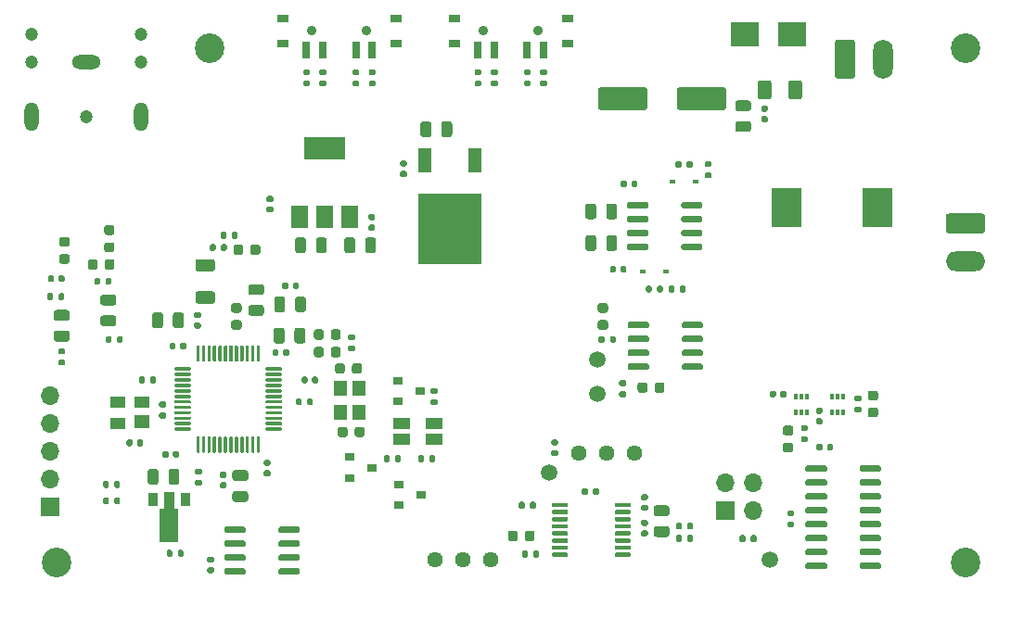
<source format=gbr>
%TF.GenerationSoftware,KiCad,Pcbnew,5.1.10*%
%TF.CreationDate,2021-07-04T17:59:21+02:00*%
%TF.ProjectId,SoundLazer,536f756e-644c-4617-9a65-722e6b696361,rev?*%
%TF.SameCoordinates,Original*%
%TF.FileFunction,Soldermask,Top*%
%TF.FilePolarity,Negative*%
%FSLAX46Y46*%
G04 Gerber Fmt 4.6, Leading zero omitted, Abs format (unit mm)*
G04 Created by KiCad (PCBNEW 5.1.10) date 2021-07-04 17:59:21*
%MOMM*%
%LPD*%
G01*
G04 APERTURE LIST*
%ADD10C,1.200000*%
%ADD11O,1.308000X2.616000*%
%ADD12O,2.616000X1.308000*%
%ADD13R,1.000000X0.800000*%
%ADD14R,0.700000X1.500000*%
%ADD15C,0.900000*%
%ADD16R,0.900000X0.800000*%
%ADD17R,1.500000X1.100000*%
%ADD18R,1.700000X1.700000*%
%ADD19O,1.700000X1.700000*%
%ADD20C,2.700000*%
%ADD21R,0.300000X0.600000*%
%ADD22R,1.200000X1.400000*%
%ADD23R,1.400000X1.200000*%
%ADD24R,1.400000X1.000000*%
%ADD25R,3.800000X2.000000*%
%ADD26R,1.500000X2.000000*%
%ADD27R,1.200000X2.200000*%
%ADD28R,5.800000X6.400000*%
%ADD29C,1.500000*%
%ADD30R,0.900000X1.300000*%
%ADD31C,0.100000*%
%ADD32R,2.700000X3.600000*%
%ADD33O,3.600000X1.800000*%
%ADD34O,1.800000X3.600000*%
%ADD35C,1.440000*%
%ADD36R,2.500000X2.300000*%
%ADD37R,0.600000X0.450000*%
G04 APERTURE END LIST*
D10*
%TO.C,J1*%
X108750000Y-100250000D03*
X108750000Y-97750000D03*
X113750000Y-105250000D03*
X118750000Y-100250000D03*
X118750000Y-97750000D03*
D11*
X118750000Y-105250000D03*
X108750000Y-105250000D03*
D12*
X113750000Y-100250000D03*
%TD*%
%TO.C,C26*%
G36*
G01*
X123949999Y-118250000D02*
X125250001Y-118250000D01*
G75*
G02*
X125500000Y-118499999I0J-249999D01*
G01*
X125500000Y-119150001D01*
G75*
G02*
X125250001Y-119400000I-249999J0D01*
G01*
X123949999Y-119400000D01*
G75*
G02*
X123700000Y-119150001I0J249999D01*
G01*
X123700000Y-118499999D01*
G75*
G02*
X123949999Y-118250000I249999J0D01*
G01*
G37*
G36*
G01*
X123949999Y-121200000D02*
X125250001Y-121200000D01*
G75*
G02*
X125500000Y-121449999I0J-249999D01*
G01*
X125500000Y-122100001D01*
G75*
G02*
X125250001Y-122350000I-249999J0D01*
G01*
X123949999Y-122350000D01*
G75*
G02*
X123700000Y-122100001I0J249999D01*
G01*
X123700000Y-121449999D01*
G75*
G02*
X123949999Y-121200000I249999J0D01*
G01*
G37*
%TD*%
D13*
%TO.C,SW2*%
X142000000Y-98530000D03*
X131700000Y-98530000D03*
X131700000Y-96320000D03*
X142000000Y-96320000D03*
D14*
X133850000Y-99180000D03*
X135350000Y-99180000D03*
X138350000Y-99180000D03*
X139850000Y-99180000D03*
D15*
X134350000Y-97420000D03*
X139350000Y-97420000D03*
%TD*%
%TO.C,R40*%
G36*
G01*
X135535000Y-101460000D02*
X135165000Y-101460000D01*
G75*
G02*
X135030000Y-101325000I0J135000D01*
G01*
X135030000Y-101055000D01*
G75*
G02*
X135165000Y-100920000I135000J0D01*
G01*
X135535000Y-100920000D01*
G75*
G02*
X135670000Y-101055000I0J-135000D01*
G01*
X135670000Y-101325000D01*
G75*
G02*
X135535000Y-101460000I-135000J0D01*
G01*
G37*
G36*
G01*
X135535000Y-102480000D02*
X135165000Y-102480000D01*
G75*
G02*
X135030000Y-102345000I0J135000D01*
G01*
X135030000Y-102075000D01*
G75*
G02*
X135165000Y-101940000I135000J0D01*
G01*
X135535000Y-101940000D01*
G75*
G02*
X135670000Y-102075000I0J-135000D01*
G01*
X135670000Y-102345000D01*
G75*
G02*
X135535000Y-102480000I-135000J0D01*
G01*
G37*
%TD*%
%TO.C,R39*%
G36*
G01*
X133665000Y-101940000D02*
X134035000Y-101940000D01*
G75*
G02*
X134170000Y-102075000I0J-135000D01*
G01*
X134170000Y-102345000D01*
G75*
G02*
X134035000Y-102480000I-135000J0D01*
G01*
X133665000Y-102480000D01*
G75*
G02*
X133530000Y-102345000I0J135000D01*
G01*
X133530000Y-102075000D01*
G75*
G02*
X133665000Y-101940000I135000J0D01*
G01*
G37*
G36*
G01*
X133665000Y-100920000D02*
X134035000Y-100920000D01*
G75*
G02*
X134170000Y-101055000I0J-135000D01*
G01*
X134170000Y-101325000D01*
G75*
G02*
X134035000Y-101460000I-135000J0D01*
G01*
X133665000Y-101460000D01*
G75*
G02*
X133530000Y-101325000I0J135000D01*
G01*
X133530000Y-101055000D01*
G75*
G02*
X133665000Y-100920000I135000J0D01*
G01*
G37*
%TD*%
%TO.C,R38*%
G36*
G01*
X138165000Y-101940000D02*
X138535000Y-101940000D01*
G75*
G02*
X138670000Y-102075000I0J-135000D01*
G01*
X138670000Y-102345000D01*
G75*
G02*
X138535000Y-102480000I-135000J0D01*
G01*
X138165000Y-102480000D01*
G75*
G02*
X138030000Y-102345000I0J135000D01*
G01*
X138030000Y-102075000D01*
G75*
G02*
X138165000Y-101940000I135000J0D01*
G01*
G37*
G36*
G01*
X138165000Y-100920000D02*
X138535000Y-100920000D01*
G75*
G02*
X138670000Y-101055000I0J-135000D01*
G01*
X138670000Y-101325000D01*
G75*
G02*
X138535000Y-101460000I-135000J0D01*
G01*
X138165000Y-101460000D01*
G75*
G02*
X138030000Y-101325000I0J135000D01*
G01*
X138030000Y-101055000D01*
G75*
G02*
X138165000Y-100920000I135000J0D01*
G01*
G37*
%TD*%
%TO.C,R37*%
G36*
G01*
X140035000Y-101460000D02*
X139665000Y-101460000D01*
G75*
G02*
X139530000Y-101325000I0J135000D01*
G01*
X139530000Y-101055000D01*
G75*
G02*
X139665000Y-100920000I135000J0D01*
G01*
X140035000Y-100920000D01*
G75*
G02*
X140170000Y-101055000I0J-135000D01*
G01*
X140170000Y-101325000D01*
G75*
G02*
X140035000Y-101460000I-135000J0D01*
G01*
G37*
G36*
G01*
X140035000Y-102480000D02*
X139665000Y-102480000D01*
G75*
G02*
X139530000Y-102345000I0J135000D01*
G01*
X139530000Y-102075000D01*
G75*
G02*
X139665000Y-101940000I135000J0D01*
G01*
X140035000Y-101940000D01*
G75*
G02*
X140170000Y-102075000I0J-135000D01*
G01*
X140170000Y-102345000D01*
G75*
G02*
X140035000Y-102480000I-135000J0D01*
G01*
G37*
%TD*%
%TO.C,R36*%
G36*
G01*
X141940000Y-136685000D02*
X141940000Y-136315000D01*
G75*
G02*
X142075000Y-136180000I135000J0D01*
G01*
X142345000Y-136180000D01*
G75*
G02*
X142480000Y-136315000I0J-135000D01*
G01*
X142480000Y-136685000D01*
G75*
G02*
X142345000Y-136820000I-135000J0D01*
G01*
X142075000Y-136820000D01*
G75*
G02*
X141940000Y-136685000I0J135000D01*
G01*
G37*
G36*
G01*
X140920000Y-136685000D02*
X140920000Y-136315000D01*
G75*
G02*
X141055000Y-136180000I135000J0D01*
G01*
X141325000Y-136180000D01*
G75*
G02*
X141460000Y-136315000I0J-135000D01*
G01*
X141460000Y-136685000D01*
G75*
G02*
X141325000Y-136820000I-135000J0D01*
G01*
X141055000Y-136820000D01*
G75*
G02*
X140920000Y-136685000I0J135000D01*
G01*
G37*
%TD*%
%TO.C,R35*%
G36*
G01*
X145040000Y-136685000D02*
X145040000Y-136315000D01*
G75*
G02*
X145175000Y-136180000I135000J0D01*
G01*
X145445000Y-136180000D01*
G75*
G02*
X145580000Y-136315000I0J-135000D01*
G01*
X145580000Y-136685000D01*
G75*
G02*
X145445000Y-136820000I-135000J0D01*
G01*
X145175000Y-136820000D01*
G75*
G02*
X145040000Y-136685000I0J135000D01*
G01*
G37*
G36*
G01*
X144020000Y-136685000D02*
X144020000Y-136315000D01*
G75*
G02*
X144155000Y-136180000I135000J0D01*
G01*
X144425000Y-136180000D01*
G75*
G02*
X144560000Y-136315000I0J-135000D01*
G01*
X144560000Y-136685000D01*
G75*
G02*
X144425000Y-136820000I-135000J0D01*
G01*
X144155000Y-136820000D01*
G75*
G02*
X144020000Y-136685000I0J135000D01*
G01*
G37*
%TD*%
%TO.C,R34*%
G36*
G01*
X145315000Y-131040000D02*
X145685000Y-131040000D01*
G75*
G02*
X145820000Y-131175000I0J-135000D01*
G01*
X145820000Y-131445000D01*
G75*
G02*
X145685000Y-131580000I-135000J0D01*
G01*
X145315000Y-131580000D01*
G75*
G02*
X145180000Y-131445000I0J135000D01*
G01*
X145180000Y-131175000D01*
G75*
G02*
X145315000Y-131040000I135000J0D01*
G01*
G37*
G36*
G01*
X145315000Y-130020000D02*
X145685000Y-130020000D01*
G75*
G02*
X145820000Y-130155000I0J-135000D01*
G01*
X145820000Y-130425000D01*
G75*
G02*
X145685000Y-130560000I-135000J0D01*
G01*
X145315000Y-130560000D01*
G75*
G02*
X145180000Y-130425000I0J135000D01*
G01*
X145180000Y-130155000D01*
G75*
G02*
X145315000Y-130020000I135000J0D01*
G01*
G37*
%TD*%
D16*
%TO.C,Q8*%
X139800000Y-137300000D03*
X137800000Y-138250000D03*
X137800000Y-136350000D03*
%TD*%
%TO.C,Q7*%
X144300000Y-139800000D03*
X142300000Y-140750000D03*
X142300000Y-138850000D03*
%TD*%
%TO.C,Q6*%
X144200000Y-130300000D03*
X142200000Y-131250000D03*
X142200000Y-129350000D03*
%TD*%
D17*
%TO.C,D4*%
X142500000Y-134750000D03*
X145500000Y-134750000D03*
X145500000Y-133250000D03*
X142500000Y-133250000D03*
%TD*%
%TO.C,U1*%
G36*
G01*
X133250000Y-146655000D02*
X133250000Y-146955000D01*
G75*
G02*
X133100000Y-147105000I-150000J0D01*
G01*
X131450000Y-147105000D01*
G75*
G02*
X131300000Y-146955000I0J150000D01*
G01*
X131300000Y-146655000D01*
G75*
G02*
X131450000Y-146505000I150000J0D01*
G01*
X133100000Y-146505000D01*
G75*
G02*
X133250000Y-146655000I0J-150000D01*
G01*
G37*
G36*
G01*
X133250000Y-145385000D02*
X133250000Y-145685000D01*
G75*
G02*
X133100000Y-145835000I-150000J0D01*
G01*
X131450000Y-145835000D01*
G75*
G02*
X131300000Y-145685000I0J150000D01*
G01*
X131300000Y-145385000D01*
G75*
G02*
X131450000Y-145235000I150000J0D01*
G01*
X133100000Y-145235000D01*
G75*
G02*
X133250000Y-145385000I0J-150000D01*
G01*
G37*
G36*
G01*
X133250000Y-144115000D02*
X133250000Y-144415000D01*
G75*
G02*
X133100000Y-144565000I-150000J0D01*
G01*
X131450000Y-144565000D01*
G75*
G02*
X131300000Y-144415000I0J150000D01*
G01*
X131300000Y-144115000D01*
G75*
G02*
X131450000Y-143965000I150000J0D01*
G01*
X133100000Y-143965000D01*
G75*
G02*
X133250000Y-144115000I0J-150000D01*
G01*
G37*
G36*
G01*
X133250000Y-142845000D02*
X133250000Y-143145000D01*
G75*
G02*
X133100000Y-143295000I-150000J0D01*
G01*
X131450000Y-143295000D01*
G75*
G02*
X131300000Y-143145000I0J150000D01*
G01*
X131300000Y-142845000D01*
G75*
G02*
X131450000Y-142695000I150000J0D01*
G01*
X133100000Y-142695000D01*
G75*
G02*
X133250000Y-142845000I0J-150000D01*
G01*
G37*
G36*
G01*
X128300000Y-142845000D02*
X128300000Y-143145000D01*
G75*
G02*
X128150000Y-143295000I-150000J0D01*
G01*
X126500000Y-143295000D01*
G75*
G02*
X126350000Y-143145000I0J150000D01*
G01*
X126350000Y-142845000D01*
G75*
G02*
X126500000Y-142695000I150000J0D01*
G01*
X128150000Y-142695000D01*
G75*
G02*
X128300000Y-142845000I0J-150000D01*
G01*
G37*
G36*
G01*
X128300000Y-144115000D02*
X128300000Y-144415000D01*
G75*
G02*
X128150000Y-144565000I-150000J0D01*
G01*
X126500000Y-144565000D01*
G75*
G02*
X126350000Y-144415000I0J150000D01*
G01*
X126350000Y-144115000D01*
G75*
G02*
X126500000Y-143965000I150000J0D01*
G01*
X128150000Y-143965000D01*
G75*
G02*
X128300000Y-144115000I0J-150000D01*
G01*
G37*
G36*
G01*
X128300000Y-145385000D02*
X128300000Y-145685000D01*
G75*
G02*
X128150000Y-145835000I-150000J0D01*
G01*
X126500000Y-145835000D01*
G75*
G02*
X126350000Y-145685000I0J150000D01*
G01*
X126350000Y-145385000D01*
G75*
G02*
X126500000Y-145235000I150000J0D01*
G01*
X128150000Y-145235000D01*
G75*
G02*
X128300000Y-145385000I0J-150000D01*
G01*
G37*
G36*
G01*
X128300000Y-146655000D02*
X128300000Y-146955000D01*
G75*
G02*
X128150000Y-147105000I-150000J0D01*
G01*
X126500000Y-147105000D01*
G75*
G02*
X126350000Y-146955000I0J150000D01*
G01*
X126350000Y-146655000D01*
G75*
G02*
X126500000Y-146505000I150000J0D01*
G01*
X128150000Y-146505000D01*
G75*
G02*
X128300000Y-146655000I0J-150000D01*
G01*
G37*
%TD*%
D18*
%TO.C,J2*%
X110400000Y-140900000D03*
D19*
X110400000Y-138360000D03*
X110400000Y-135820000D03*
X110400000Y-133280000D03*
X110400000Y-130740000D03*
%TD*%
D20*
%TO.C,H4*%
X111000000Y-146000000D03*
%TD*%
%TO.C,H3*%
X125000000Y-99000000D03*
%TD*%
%TO.C,H2*%
X194000000Y-146000000D03*
%TD*%
%TO.C,H1*%
X194000000Y-99000000D03*
%TD*%
%TO.C,Q4*%
G36*
G01*
X165050000Y-117005000D02*
X165050000Y-117305000D01*
G75*
G02*
X164900000Y-117455000I-150000J0D01*
G01*
X163250000Y-117455000D01*
G75*
G02*
X163100000Y-117305000I0J150000D01*
G01*
X163100000Y-117005000D01*
G75*
G02*
X163250000Y-116855000I150000J0D01*
G01*
X164900000Y-116855000D01*
G75*
G02*
X165050000Y-117005000I0J-150000D01*
G01*
G37*
G36*
G01*
X165050000Y-115735000D02*
X165050000Y-116035000D01*
G75*
G02*
X164900000Y-116185000I-150000J0D01*
G01*
X163250000Y-116185000D01*
G75*
G02*
X163100000Y-116035000I0J150000D01*
G01*
X163100000Y-115735000D01*
G75*
G02*
X163250000Y-115585000I150000J0D01*
G01*
X164900000Y-115585000D01*
G75*
G02*
X165050000Y-115735000I0J-150000D01*
G01*
G37*
G36*
G01*
X165050000Y-114465000D02*
X165050000Y-114765000D01*
G75*
G02*
X164900000Y-114915000I-150000J0D01*
G01*
X163250000Y-114915000D01*
G75*
G02*
X163100000Y-114765000I0J150000D01*
G01*
X163100000Y-114465000D01*
G75*
G02*
X163250000Y-114315000I150000J0D01*
G01*
X164900000Y-114315000D01*
G75*
G02*
X165050000Y-114465000I0J-150000D01*
G01*
G37*
G36*
G01*
X165050000Y-113195000D02*
X165050000Y-113495000D01*
G75*
G02*
X164900000Y-113645000I-150000J0D01*
G01*
X163250000Y-113645000D01*
G75*
G02*
X163100000Y-113495000I0J150000D01*
G01*
X163100000Y-113195000D01*
G75*
G02*
X163250000Y-113045000I150000J0D01*
G01*
X164900000Y-113045000D01*
G75*
G02*
X165050000Y-113195000I0J-150000D01*
G01*
G37*
G36*
G01*
X170000000Y-113195000D02*
X170000000Y-113495000D01*
G75*
G02*
X169850000Y-113645000I-150000J0D01*
G01*
X168200000Y-113645000D01*
G75*
G02*
X168050000Y-113495000I0J150000D01*
G01*
X168050000Y-113195000D01*
G75*
G02*
X168200000Y-113045000I150000J0D01*
G01*
X169850000Y-113045000D01*
G75*
G02*
X170000000Y-113195000I0J-150000D01*
G01*
G37*
G36*
G01*
X170000000Y-114465000D02*
X170000000Y-114765000D01*
G75*
G02*
X169850000Y-114915000I-150000J0D01*
G01*
X168200000Y-114915000D01*
G75*
G02*
X168050000Y-114765000I0J150000D01*
G01*
X168050000Y-114465000D01*
G75*
G02*
X168200000Y-114315000I150000J0D01*
G01*
X169850000Y-114315000D01*
G75*
G02*
X170000000Y-114465000I0J-150000D01*
G01*
G37*
G36*
G01*
X170000000Y-115735000D02*
X170000000Y-116035000D01*
G75*
G02*
X169850000Y-116185000I-150000J0D01*
G01*
X168200000Y-116185000D01*
G75*
G02*
X168050000Y-116035000I0J150000D01*
G01*
X168050000Y-115735000D01*
G75*
G02*
X168200000Y-115585000I150000J0D01*
G01*
X169850000Y-115585000D01*
G75*
G02*
X170000000Y-115735000I0J-150000D01*
G01*
G37*
G36*
G01*
X170000000Y-117005000D02*
X170000000Y-117305000D01*
G75*
G02*
X169850000Y-117455000I-150000J0D01*
G01*
X168200000Y-117455000D01*
G75*
G02*
X168050000Y-117305000I0J150000D01*
G01*
X168050000Y-117005000D01*
G75*
G02*
X168200000Y-116855000I150000J0D01*
G01*
X169850000Y-116855000D01*
G75*
G02*
X170000000Y-117005000I0J-150000D01*
G01*
G37*
%TD*%
%TO.C,C51*%
G36*
G01*
X130670000Y-113050000D02*
X130330000Y-113050000D01*
G75*
G02*
X130190000Y-112910000I0J140000D01*
G01*
X130190000Y-112630000D01*
G75*
G02*
X130330000Y-112490000I140000J0D01*
G01*
X130670000Y-112490000D01*
G75*
G02*
X130810000Y-112630000I0J-140000D01*
G01*
X130810000Y-112910000D01*
G75*
G02*
X130670000Y-113050000I-140000J0D01*
G01*
G37*
G36*
G01*
X130670000Y-114010000D02*
X130330000Y-114010000D01*
G75*
G02*
X130190000Y-113870000I0J140000D01*
G01*
X130190000Y-113590000D01*
G75*
G02*
X130330000Y-113450000I140000J0D01*
G01*
X130670000Y-113450000D01*
G75*
G02*
X130810000Y-113590000I0J-140000D01*
G01*
X130810000Y-113870000D01*
G75*
G02*
X130670000Y-114010000I-140000J0D01*
G01*
G37*
%TD*%
%TO.C,C50*%
G36*
G01*
X142870000Y-109800000D02*
X142530000Y-109800000D01*
G75*
G02*
X142390000Y-109660000I0J140000D01*
G01*
X142390000Y-109380000D01*
G75*
G02*
X142530000Y-109240000I140000J0D01*
G01*
X142870000Y-109240000D01*
G75*
G02*
X143010000Y-109380000I0J-140000D01*
G01*
X143010000Y-109660000D01*
G75*
G02*
X142870000Y-109800000I-140000J0D01*
G01*
G37*
G36*
G01*
X142870000Y-110760000D02*
X142530000Y-110760000D01*
G75*
G02*
X142390000Y-110620000I0J140000D01*
G01*
X142390000Y-110340000D01*
G75*
G02*
X142530000Y-110200000I140000J0D01*
G01*
X142870000Y-110200000D01*
G75*
G02*
X143010000Y-110340000I0J-140000D01*
G01*
X143010000Y-110620000D01*
G75*
G02*
X142870000Y-110760000I-140000J0D01*
G01*
G37*
%TD*%
%TO.C,C49*%
G36*
G01*
X118380000Y-135220000D02*
X118380000Y-134880000D01*
G75*
G02*
X118520000Y-134740000I140000J0D01*
G01*
X118800000Y-134740000D01*
G75*
G02*
X118940000Y-134880000I0J-140000D01*
G01*
X118940000Y-135220000D01*
G75*
G02*
X118800000Y-135360000I-140000J0D01*
G01*
X118520000Y-135360000D01*
G75*
G02*
X118380000Y-135220000I0J140000D01*
G01*
G37*
G36*
G01*
X117420000Y-135220000D02*
X117420000Y-134880000D01*
G75*
G02*
X117560000Y-134740000I140000J0D01*
G01*
X117840000Y-134740000D01*
G75*
G02*
X117980000Y-134880000I0J-140000D01*
G01*
X117980000Y-135220000D01*
G75*
G02*
X117840000Y-135360000I-140000J0D01*
G01*
X117560000Y-135360000D01*
G75*
G02*
X117420000Y-135220000I0J140000D01*
G01*
G37*
%TD*%
%TO.C,C48*%
G36*
G01*
X139970000Y-114700000D02*
X139630000Y-114700000D01*
G75*
G02*
X139490000Y-114560000I0J140000D01*
G01*
X139490000Y-114280000D01*
G75*
G02*
X139630000Y-114140000I140000J0D01*
G01*
X139970000Y-114140000D01*
G75*
G02*
X140110000Y-114280000I0J-140000D01*
G01*
X140110000Y-114560000D01*
G75*
G02*
X139970000Y-114700000I-140000J0D01*
G01*
G37*
G36*
G01*
X139970000Y-115660000D02*
X139630000Y-115660000D01*
G75*
G02*
X139490000Y-115520000I0J140000D01*
G01*
X139490000Y-115240000D01*
G75*
G02*
X139630000Y-115100000I140000J0D01*
G01*
X139970000Y-115100000D01*
G75*
G02*
X140110000Y-115240000I0J-140000D01*
G01*
X140110000Y-115520000D01*
G75*
G02*
X139970000Y-115660000I-140000J0D01*
G01*
G37*
%TD*%
%TO.C,C46*%
G36*
G01*
X162500000Y-119370000D02*
X162500000Y-119030000D01*
G75*
G02*
X162640000Y-118890000I140000J0D01*
G01*
X162920000Y-118890000D01*
G75*
G02*
X163060000Y-119030000I0J-140000D01*
G01*
X163060000Y-119370000D01*
G75*
G02*
X162920000Y-119510000I-140000J0D01*
G01*
X162640000Y-119510000D01*
G75*
G02*
X162500000Y-119370000I0J140000D01*
G01*
G37*
G36*
G01*
X161540000Y-119370000D02*
X161540000Y-119030000D01*
G75*
G02*
X161680000Y-118890000I140000J0D01*
G01*
X161960000Y-118890000D01*
G75*
G02*
X162100000Y-119030000I0J-140000D01*
G01*
X162100000Y-119370000D01*
G75*
G02*
X161960000Y-119510000I-140000J0D01*
G01*
X161680000Y-119510000D01*
G75*
G02*
X161540000Y-119370000I0J140000D01*
G01*
G37*
%TD*%
%TO.C,C45*%
G36*
G01*
X163500000Y-111570000D02*
X163500000Y-111230000D01*
G75*
G02*
X163640000Y-111090000I140000J0D01*
G01*
X163920000Y-111090000D01*
G75*
G02*
X164060000Y-111230000I0J-140000D01*
G01*
X164060000Y-111570000D01*
G75*
G02*
X163920000Y-111710000I-140000J0D01*
G01*
X163640000Y-111710000D01*
G75*
G02*
X163500000Y-111570000I0J140000D01*
G01*
G37*
G36*
G01*
X162540000Y-111570000D02*
X162540000Y-111230000D01*
G75*
G02*
X162680000Y-111090000I140000J0D01*
G01*
X162960000Y-111090000D01*
G75*
G02*
X163100000Y-111230000I0J-140000D01*
G01*
X163100000Y-111570000D01*
G75*
G02*
X162960000Y-111710000I-140000J0D01*
G01*
X162680000Y-111710000D01*
G75*
G02*
X162540000Y-111570000I0J140000D01*
G01*
G37*
%TD*%
%TO.C,C41*%
G36*
G01*
X175820000Y-104800000D02*
X175480000Y-104800000D01*
G75*
G02*
X175340000Y-104660000I0J140000D01*
G01*
X175340000Y-104380000D01*
G75*
G02*
X175480000Y-104240000I140000J0D01*
G01*
X175820000Y-104240000D01*
G75*
G02*
X175960000Y-104380000I0J-140000D01*
G01*
X175960000Y-104660000D01*
G75*
G02*
X175820000Y-104800000I-140000J0D01*
G01*
G37*
G36*
G01*
X175820000Y-105760000D02*
X175480000Y-105760000D01*
G75*
G02*
X175340000Y-105620000I0J140000D01*
G01*
X175340000Y-105340000D01*
G75*
G02*
X175480000Y-105200000I140000J0D01*
G01*
X175820000Y-105200000D01*
G75*
G02*
X175960000Y-105340000I0J-140000D01*
G01*
X175960000Y-105620000D01*
G75*
G02*
X175820000Y-105760000I-140000J0D01*
G01*
G37*
%TD*%
%TO.C,C36*%
G36*
G01*
X156670000Y-135300000D02*
X156330000Y-135300000D01*
G75*
G02*
X156190000Y-135160000I0J140000D01*
G01*
X156190000Y-134880000D01*
G75*
G02*
X156330000Y-134740000I140000J0D01*
G01*
X156670000Y-134740000D01*
G75*
G02*
X156810000Y-134880000I0J-140000D01*
G01*
X156810000Y-135160000D01*
G75*
G02*
X156670000Y-135300000I-140000J0D01*
G01*
G37*
G36*
G01*
X156670000Y-136260000D02*
X156330000Y-136260000D01*
G75*
G02*
X156190000Y-136120000I0J140000D01*
G01*
X156190000Y-135840000D01*
G75*
G02*
X156330000Y-135700000I140000J0D01*
G01*
X156670000Y-135700000D01*
G75*
G02*
X156810000Y-135840000I0J-140000D01*
G01*
X156810000Y-136120000D01*
G75*
G02*
X156670000Y-136260000I-140000J0D01*
G01*
G37*
%TD*%
%TO.C,C34*%
G36*
G01*
X132200000Y-120530000D02*
X132200000Y-120870000D01*
G75*
G02*
X132060000Y-121010000I-140000J0D01*
G01*
X131780000Y-121010000D01*
G75*
G02*
X131640000Y-120870000I0J140000D01*
G01*
X131640000Y-120530000D01*
G75*
G02*
X131780000Y-120390000I140000J0D01*
G01*
X132060000Y-120390000D01*
G75*
G02*
X132200000Y-120530000I0J-140000D01*
G01*
G37*
G36*
G01*
X133160000Y-120530000D02*
X133160000Y-120870000D01*
G75*
G02*
X133020000Y-121010000I-140000J0D01*
G01*
X132740000Y-121010000D01*
G75*
G02*
X132600000Y-120870000I0J140000D01*
G01*
X132600000Y-120530000D01*
G75*
G02*
X132740000Y-120390000I140000J0D01*
G01*
X133020000Y-120390000D01*
G75*
G02*
X133160000Y-120530000I0J-140000D01*
G01*
G37*
%TD*%
%TO.C,C33*%
G36*
G01*
X176700000Y-130430000D02*
X176700000Y-130770000D01*
G75*
G02*
X176560000Y-130910000I-140000J0D01*
G01*
X176280000Y-130910000D01*
G75*
G02*
X176140000Y-130770000I0J140000D01*
G01*
X176140000Y-130430000D01*
G75*
G02*
X176280000Y-130290000I140000J0D01*
G01*
X176560000Y-130290000D01*
G75*
G02*
X176700000Y-130430000I0J-140000D01*
G01*
G37*
G36*
G01*
X177660000Y-130430000D02*
X177660000Y-130770000D01*
G75*
G02*
X177520000Y-130910000I-140000J0D01*
G01*
X177240000Y-130910000D01*
G75*
G02*
X177100000Y-130770000I0J140000D01*
G01*
X177100000Y-130430000D01*
G75*
G02*
X177240000Y-130290000I140000J0D01*
G01*
X177520000Y-130290000D01*
G75*
G02*
X177660000Y-130430000I0J-140000D01*
G01*
G37*
%TD*%
%TO.C,C32*%
G36*
G01*
X180820000Y-132400000D02*
X180480000Y-132400000D01*
G75*
G02*
X180340000Y-132260000I0J140000D01*
G01*
X180340000Y-131980000D01*
G75*
G02*
X180480000Y-131840000I140000J0D01*
G01*
X180820000Y-131840000D01*
G75*
G02*
X180960000Y-131980000I0J-140000D01*
G01*
X180960000Y-132260000D01*
G75*
G02*
X180820000Y-132400000I-140000J0D01*
G01*
G37*
G36*
G01*
X180820000Y-133360000D02*
X180480000Y-133360000D01*
G75*
G02*
X180340000Y-133220000I0J140000D01*
G01*
X180340000Y-132940000D01*
G75*
G02*
X180480000Y-132800000I140000J0D01*
G01*
X180820000Y-132800000D01*
G75*
G02*
X180960000Y-132940000I0J-140000D01*
G01*
X180960000Y-133220000D01*
G75*
G02*
X180820000Y-133360000I-140000J0D01*
G01*
G37*
%TD*%
%TO.C,C24*%
G36*
G01*
X121650000Y-136270000D02*
X121650000Y-135930000D01*
G75*
G02*
X121790000Y-135790000I140000J0D01*
G01*
X122070000Y-135790000D01*
G75*
G02*
X122210000Y-135930000I0J-140000D01*
G01*
X122210000Y-136270000D01*
G75*
G02*
X122070000Y-136410000I-140000J0D01*
G01*
X121790000Y-136410000D01*
G75*
G02*
X121650000Y-136270000I0J140000D01*
G01*
G37*
G36*
G01*
X120690000Y-136270000D02*
X120690000Y-135930000D01*
G75*
G02*
X120830000Y-135790000I140000J0D01*
G01*
X121110000Y-135790000D01*
G75*
G02*
X121250000Y-135930000I0J-140000D01*
G01*
X121250000Y-136270000D01*
G75*
G02*
X121110000Y-136410000I-140000J0D01*
G01*
X120830000Y-136410000D01*
G75*
G02*
X120690000Y-136270000I0J140000D01*
G01*
G37*
%TD*%
%TO.C,C23*%
G36*
G01*
X130080000Y-137550000D02*
X130420000Y-137550000D01*
G75*
G02*
X130560000Y-137690000I0J-140000D01*
G01*
X130560000Y-137970000D01*
G75*
G02*
X130420000Y-138110000I-140000J0D01*
G01*
X130080000Y-138110000D01*
G75*
G02*
X129940000Y-137970000I0J140000D01*
G01*
X129940000Y-137690000D01*
G75*
G02*
X130080000Y-137550000I140000J0D01*
G01*
G37*
G36*
G01*
X130080000Y-136590000D02*
X130420000Y-136590000D01*
G75*
G02*
X130560000Y-136730000I0J-140000D01*
G01*
X130560000Y-137010000D01*
G75*
G02*
X130420000Y-137150000I-140000J0D01*
G01*
X130080000Y-137150000D01*
G75*
G02*
X129940000Y-137010000I0J140000D01*
G01*
X129940000Y-136730000D01*
G75*
G02*
X130080000Y-136590000I140000J0D01*
G01*
G37*
%TD*%
%TO.C,C22*%
G36*
G01*
X133950000Y-129130000D02*
X133950000Y-129470000D01*
G75*
G02*
X133810000Y-129610000I-140000J0D01*
G01*
X133530000Y-129610000D01*
G75*
G02*
X133390000Y-129470000I0J140000D01*
G01*
X133390000Y-129130000D01*
G75*
G02*
X133530000Y-128990000I140000J0D01*
G01*
X133810000Y-128990000D01*
G75*
G02*
X133950000Y-129130000I0J-140000D01*
G01*
G37*
G36*
G01*
X134910000Y-129130000D02*
X134910000Y-129470000D01*
G75*
G02*
X134770000Y-129610000I-140000J0D01*
G01*
X134490000Y-129610000D01*
G75*
G02*
X134350000Y-129470000I0J140000D01*
G01*
X134350000Y-129130000D01*
G75*
G02*
X134490000Y-128990000I140000J0D01*
G01*
X134770000Y-128990000D01*
G75*
G02*
X134910000Y-129130000I0J-140000D01*
G01*
G37*
%TD*%
%TO.C,C21*%
G36*
G01*
X126420000Y-138250000D02*
X126080000Y-138250000D01*
G75*
G02*
X125940000Y-138110000I0J140000D01*
G01*
X125940000Y-137830000D01*
G75*
G02*
X126080000Y-137690000I140000J0D01*
G01*
X126420000Y-137690000D01*
G75*
G02*
X126560000Y-137830000I0J-140000D01*
G01*
X126560000Y-138110000D01*
G75*
G02*
X126420000Y-138250000I-140000J0D01*
G01*
G37*
G36*
G01*
X126420000Y-139210000D02*
X126080000Y-139210000D01*
G75*
G02*
X125940000Y-139070000I0J140000D01*
G01*
X125940000Y-138790000D01*
G75*
G02*
X126080000Y-138650000I140000J0D01*
G01*
X126420000Y-138650000D01*
G75*
G02*
X126560000Y-138790000I0J-140000D01*
G01*
X126560000Y-139070000D01*
G75*
G02*
X126420000Y-139210000I-140000J0D01*
G01*
G37*
%TD*%
%TO.C,C20*%
G36*
G01*
X122300000Y-126370000D02*
X122300000Y-126030000D01*
G75*
G02*
X122440000Y-125890000I140000J0D01*
G01*
X122720000Y-125890000D01*
G75*
G02*
X122860000Y-126030000I0J-140000D01*
G01*
X122860000Y-126370000D01*
G75*
G02*
X122720000Y-126510000I-140000J0D01*
G01*
X122440000Y-126510000D01*
G75*
G02*
X122300000Y-126370000I0J140000D01*
G01*
G37*
G36*
G01*
X121340000Y-126370000D02*
X121340000Y-126030000D01*
G75*
G02*
X121480000Y-125890000I140000J0D01*
G01*
X121760000Y-125890000D01*
G75*
G02*
X121900000Y-126030000I0J-140000D01*
G01*
X121900000Y-126370000D01*
G75*
G02*
X121760000Y-126510000I-140000J0D01*
G01*
X121480000Y-126510000D01*
G75*
G02*
X121340000Y-126370000I0J140000D01*
G01*
G37*
%TD*%
%TO.C,C17*%
G36*
G01*
X181350000Y-135620000D02*
X181350000Y-135280000D01*
G75*
G02*
X181490000Y-135140000I140000J0D01*
G01*
X181770000Y-135140000D01*
G75*
G02*
X181910000Y-135280000I0J-140000D01*
G01*
X181910000Y-135620000D01*
G75*
G02*
X181770000Y-135760000I-140000J0D01*
G01*
X181490000Y-135760000D01*
G75*
G02*
X181350000Y-135620000I0J140000D01*
G01*
G37*
G36*
G01*
X180390000Y-135620000D02*
X180390000Y-135280000D01*
G75*
G02*
X180530000Y-135140000I140000J0D01*
G01*
X180810000Y-135140000D01*
G75*
G02*
X180950000Y-135280000I0J-140000D01*
G01*
X180950000Y-135620000D01*
G75*
G02*
X180810000Y-135760000I-140000J0D01*
G01*
X180530000Y-135760000D01*
G75*
G02*
X180390000Y-135620000I0J140000D01*
G01*
G37*
%TD*%
%TO.C,C16*%
G36*
G01*
X131300000Y-126630000D02*
X131300000Y-126970000D01*
G75*
G02*
X131160000Y-127110000I-140000J0D01*
G01*
X130880000Y-127110000D01*
G75*
G02*
X130740000Y-126970000I0J140000D01*
G01*
X130740000Y-126630000D01*
G75*
G02*
X130880000Y-126490000I140000J0D01*
G01*
X131160000Y-126490000D01*
G75*
G02*
X131300000Y-126630000I0J-140000D01*
G01*
G37*
G36*
G01*
X132260000Y-126630000D02*
X132260000Y-126970000D01*
G75*
G02*
X132120000Y-127110000I-140000J0D01*
G01*
X131840000Y-127110000D01*
G75*
G02*
X131700000Y-126970000I0J140000D01*
G01*
X131700000Y-126630000D01*
G75*
G02*
X131840000Y-126490000I140000J0D01*
G01*
X132120000Y-126490000D01*
G75*
G02*
X132260000Y-126630000I0J-140000D01*
G01*
G37*
%TD*%
%TO.C,C15*%
G36*
G01*
X123730000Y-124050000D02*
X124070000Y-124050000D01*
G75*
G02*
X124210000Y-124190000I0J-140000D01*
G01*
X124210000Y-124470000D01*
G75*
G02*
X124070000Y-124610000I-140000J0D01*
G01*
X123730000Y-124610000D01*
G75*
G02*
X123590000Y-124470000I0J140000D01*
G01*
X123590000Y-124190000D01*
G75*
G02*
X123730000Y-124050000I140000J0D01*
G01*
G37*
G36*
G01*
X123730000Y-123090000D02*
X124070000Y-123090000D01*
G75*
G02*
X124210000Y-123230000I0J-140000D01*
G01*
X124210000Y-123510000D01*
G75*
G02*
X124070000Y-123650000I-140000J0D01*
G01*
X123730000Y-123650000D01*
G75*
G02*
X123590000Y-123510000I0J140000D01*
G01*
X123590000Y-123230000D01*
G75*
G02*
X123730000Y-123090000I140000J0D01*
G01*
G37*
%TD*%
%TO.C,C14*%
G36*
G01*
X164530000Y-143050000D02*
X164870000Y-143050000D01*
G75*
G02*
X165010000Y-143190000I0J-140000D01*
G01*
X165010000Y-143470000D01*
G75*
G02*
X164870000Y-143610000I-140000J0D01*
G01*
X164530000Y-143610000D01*
G75*
G02*
X164390000Y-143470000I0J140000D01*
G01*
X164390000Y-143190000D01*
G75*
G02*
X164530000Y-143050000I140000J0D01*
G01*
G37*
G36*
G01*
X164530000Y-142090000D02*
X164870000Y-142090000D01*
G75*
G02*
X165010000Y-142230000I0J-140000D01*
G01*
X165010000Y-142510000D01*
G75*
G02*
X164870000Y-142650000I-140000J0D01*
G01*
X164530000Y-142650000D01*
G75*
G02*
X164390000Y-142510000I0J140000D01*
G01*
X164390000Y-142230000D01*
G75*
G02*
X164530000Y-142090000I140000J0D01*
G01*
G37*
%TD*%
%TO.C,C3*%
G36*
G01*
X124930000Y-146400000D02*
X125270000Y-146400000D01*
G75*
G02*
X125410000Y-146540000I0J-140000D01*
G01*
X125410000Y-146820000D01*
G75*
G02*
X125270000Y-146960000I-140000J0D01*
G01*
X124930000Y-146960000D01*
G75*
G02*
X124790000Y-146820000I0J140000D01*
G01*
X124790000Y-146540000D01*
G75*
G02*
X124930000Y-146400000I140000J0D01*
G01*
G37*
G36*
G01*
X124930000Y-145440000D02*
X125270000Y-145440000D01*
G75*
G02*
X125410000Y-145580000I0J-140000D01*
G01*
X125410000Y-145860000D01*
G75*
G02*
X125270000Y-146000000I-140000J0D01*
G01*
X124930000Y-146000000D01*
G75*
G02*
X124790000Y-145860000I0J140000D01*
G01*
X124790000Y-145580000D01*
G75*
G02*
X124930000Y-145440000I140000J0D01*
G01*
G37*
%TD*%
%TO.C,C2*%
G36*
G01*
X110800000Y-119880000D02*
X110800000Y-120220000D01*
G75*
G02*
X110660000Y-120360000I-140000J0D01*
G01*
X110380000Y-120360000D01*
G75*
G02*
X110240000Y-120220000I0J140000D01*
G01*
X110240000Y-119880000D01*
G75*
G02*
X110380000Y-119740000I140000J0D01*
G01*
X110660000Y-119740000D01*
G75*
G02*
X110800000Y-119880000I0J-140000D01*
G01*
G37*
G36*
G01*
X111760000Y-119880000D02*
X111760000Y-120220000D01*
G75*
G02*
X111620000Y-120360000I-140000J0D01*
G01*
X111340000Y-120360000D01*
G75*
G02*
X111200000Y-120220000I0J140000D01*
G01*
X111200000Y-119880000D01*
G75*
G02*
X111340000Y-119740000I140000J0D01*
G01*
X111620000Y-119740000D01*
G75*
G02*
X111760000Y-119880000I0J-140000D01*
G01*
G37*
%TD*%
%TO.C,C1*%
G36*
G01*
X164870000Y-140300000D02*
X164530000Y-140300000D01*
G75*
G02*
X164390000Y-140160000I0J140000D01*
G01*
X164390000Y-139880000D01*
G75*
G02*
X164530000Y-139740000I140000J0D01*
G01*
X164870000Y-139740000D01*
G75*
G02*
X165010000Y-139880000I0J-140000D01*
G01*
X165010000Y-140160000D01*
G75*
G02*
X164870000Y-140300000I-140000J0D01*
G01*
G37*
G36*
G01*
X164870000Y-141260000D02*
X164530000Y-141260000D01*
G75*
G02*
X164390000Y-141120000I0J140000D01*
G01*
X164390000Y-140840000D01*
G75*
G02*
X164530000Y-140700000I140000J0D01*
G01*
X164870000Y-140700000D01*
G75*
G02*
X165010000Y-140840000I0J-140000D01*
G01*
X165010000Y-141120000D01*
G75*
G02*
X164870000Y-141260000I-140000J0D01*
G01*
G37*
%TD*%
D21*
%TO.C,Q3*%
X181800000Y-132300000D03*
X182800000Y-132300000D03*
X181800000Y-130800000D03*
X182300000Y-132300000D03*
X182800000Y-130800000D03*
X182300000Y-130800000D03*
%TD*%
D22*
%TO.C,Y1*%
X138625000Y-132250000D03*
X138625000Y-130050000D03*
X136925000Y-130050000D03*
X136925000Y-132250000D03*
%TD*%
D23*
%TO.C,U7*%
X118800000Y-133070000D03*
D24*
X118800000Y-131350000D03*
X116600000Y-131350000D03*
X116600000Y-133250000D03*
%TD*%
D25*
%TO.C,U6*%
X135500000Y-108100000D03*
D26*
X135500000Y-114400000D03*
X137800000Y-114400000D03*
X133200000Y-114400000D03*
%TD*%
D27*
%TO.C,U5*%
X149230000Y-109200000D03*
X144670000Y-109200000D03*
D28*
X146950000Y-115500000D03*
%TD*%
%TO.C,U4*%
G36*
G01*
X121800000Y-128375000D02*
X121800000Y-128225000D01*
G75*
G02*
X121875000Y-128150000I75000J0D01*
G01*
X123200000Y-128150000D01*
G75*
G02*
X123275000Y-128225000I0J-75000D01*
G01*
X123275000Y-128375000D01*
G75*
G02*
X123200000Y-128450000I-75000J0D01*
G01*
X121875000Y-128450000D01*
G75*
G02*
X121800000Y-128375000I0J75000D01*
G01*
G37*
G36*
G01*
X121800000Y-128875000D02*
X121800000Y-128725000D01*
G75*
G02*
X121875000Y-128650000I75000J0D01*
G01*
X123200000Y-128650000D01*
G75*
G02*
X123275000Y-128725000I0J-75000D01*
G01*
X123275000Y-128875000D01*
G75*
G02*
X123200000Y-128950000I-75000J0D01*
G01*
X121875000Y-128950000D01*
G75*
G02*
X121800000Y-128875000I0J75000D01*
G01*
G37*
G36*
G01*
X121800000Y-129375000D02*
X121800000Y-129225000D01*
G75*
G02*
X121875000Y-129150000I75000J0D01*
G01*
X123200000Y-129150000D01*
G75*
G02*
X123275000Y-129225000I0J-75000D01*
G01*
X123275000Y-129375000D01*
G75*
G02*
X123200000Y-129450000I-75000J0D01*
G01*
X121875000Y-129450000D01*
G75*
G02*
X121800000Y-129375000I0J75000D01*
G01*
G37*
G36*
G01*
X121800000Y-129875000D02*
X121800000Y-129725000D01*
G75*
G02*
X121875000Y-129650000I75000J0D01*
G01*
X123200000Y-129650000D01*
G75*
G02*
X123275000Y-129725000I0J-75000D01*
G01*
X123275000Y-129875000D01*
G75*
G02*
X123200000Y-129950000I-75000J0D01*
G01*
X121875000Y-129950000D01*
G75*
G02*
X121800000Y-129875000I0J75000D01*
G01*
G37*
G36*
G01*
X121800000Y-130375000D02*
X121800000Y-130225000D01*
G75*
G02*
X121875000Y-130150000I75000J0D01*
G01*
X123200000Y-130150000D01*
G75*
G02*
X123275000Y-130225000I0J-75000D01*
G01*
X123275000Y-130375000D01*
G75*
G02*
X123200000Y-130450000I-75000J0D01*
G01*
X121875000Y-130450000D01*
G75*
G02*
X121800000Y-130375000I0J75000D01*
G01*
G37*
G36*
G01*
X121800000Y-130875000D02*
X121800000Y-130725000D01*
G75*
G02*
X121875000Y-130650000I75000J0D01*
G01*
X123200000Y-130650000D01*
G75*
G02*
X123275000Y-130725000I0J-75000D01*
G01*
X123275000Y-130875000D01*
G75*
G02*
X123200000Y-130950000I-75000J0D01*
G01*
X121875000Y-130950000D01*
G75*
G02*
X121800000Y-130875000I0J75000D01*
G01*
G37*
G36*
G01*
X121800000Y-131375000D02*
X121800000Y-131225000D01*
G75*
G02*
X121875000Y-131150000I75000J0D01*
G01*
X123200000Y-131150000D01*
G75*
G02*
X123275000Y-131225000I0J-75000D01*
G01*
X123275000Y-131375000D01*
G75*
G02*
X123200000Y-131450000I-75000J0D01*
G01*
X121875000Y-131450000D01*
G75*
G02*
X121800000Y-131375000I0J75000D01*
G01*
G37*
G36*
G01*
X121800000Y-131875000D02*
X121800000Y-131725000D01*
G75*
G02*
X121875000Y-131650000I75000J0D01*
G01*
X123200000Y-131650000D01*
G75*
G02*
X123275000Y-131725000I0J-75000D01*
G01*
X123275000Y-131875000D01*
G75*
G02*
X123200000Y-131950000I-75000J0D01*
G01*
X121875000Y-131950000D01*
G75*
G02*
X121800000Y-131875000I0J75000D01*
G01*
G37*
G36*
G01*
X121800000Y-132375000D02*
X121800000Y-132225000D01*
G75*
G02*
X121875000Y-132150000I75000J0D01*
G01*
X123200000Y-132150000D01*
G75*
G02*
X123275000Y-132225000I0J-75000D01*
G01*
X123275000Y-132375000D01*
G75*
G02*
X123200000Y-132450000I-75000J0D01*
G01*
X121875000Y-132450000D01*
G75*
G02*
X121800000Y-132375000I0J75000D01*
G01*
G37*
G36*
G01*
X121800000Y-132875000D02*
X121800000Y-132725000D01*
G75*
G02*
X121875000Y-132650000I75000J0D01*
G01*
X123200000Y-132650000D01*
G75*
G02*
X123275000Y-132725000I0J-75000D01*
G01*
X123275000Y-132875000D01*
G75*
G02*
X123200000Y-132950000I-75000J0D01*
G01*
X121875000Y-132950000D01*
G75*
G02*
X121800000Y-132875000I0J75000D01*
G01*
G37*
G36*
G01*
X121800000Y-133375000D02*
X121800000Y-133225000D01*
G75*
G02*
X121875000Y-133150000I75000J0D01*
G01*
X123200000Y-133150000D01*
G75*
G02*
X123275000Y-133225000I0J-75000D01*
G01*
X123275000Y-133375000D01*
G75*
G02*
X123200000Y-133450000I-75000J0D01*
G01*
X121875000Y-133450000D01*
G75*
G02*
X121800000Y-133375000I0J75000D01*
G01*
G37*
G36*
G01*
X121800000Y-133875000D02*
X121800000Y-133725000D01*
G75*
G02*
X121875000Y-133650000I75000J0D01*
G01*
X123200000Y-133650000D01*
G75*
G02*
X123275000Y-133725000I0J-75000D01*
G01*
X123275000Y-133875000D01*
G75*
G02*
X123200000Y-133950000I-75000J0D01*
G01*
X121875000Y-133950000D01*
G75*
G02*
X121800000Y-133875000I0J75000D01*
G01*
G37*
G36*
G01*
X123800000Y-135875000D02*
X123800000Y-134550000D01*
G75*
G02*
X123875000Y-134475000I75000J0D01*
G01*
X124025000Y-134475000D01*
G75*
G02*
X124100000Y-134550000I0J-75000D01*
G01*
X124100000Y-135875000D01*
G75*
G02*
X124025000Y-135950000I-75000J0D01*
G01*
X123875000Y-135950000D01*
G75*
G02*
X123800000Y-135875000I0J75000D01*
G01*
G37*
G36*
G01*
X124300000Y-135875000D02*
X124300000Y-134550000D01*
G75*
G02*
X124375000Y-134475000I75000J0D01*
G01*
X124525000Y-134475000D01*
G75*
G02*
X124600000Y-134550000I0J-75000D01*
G01*
X124600000Y-135875000D01*
G75*
G02*
X124525000Y-135950000I-75000J0D01*
G01*
X124375000Y-135950000D01*
G75*
G02*
X124300000Y-135875000I0J75000D01*
G01*
G37*
G36*
G01*
X124800000Y-135875000D02*
X124800000Y-134550000D01*
G75*
G02*
X124875000Y-134475000I75000J0D01*
G01*
X125025000Y-134475000D01*
G75*
G02*
X125100000Y-134550000I0J-75000D01*
G01*
X125100000Y-135875000D01*
G75*
G02*
X125025000Y-135950000I-75000J0D01*
G01*
X124875000Y-135950000D01*
G75*
G02*
X124800000Y-135875000I0J75000D01*
G01*
G37*
G36*
G01*
X125300000Y-135875000D02*
X125300000Y-134550000D01*
G75*
G02*
X125375000Y-134475000I75000J0D01*
G01*
X125525000Y-134475000D01*
G75*
G02*
X125600000Y-134550000I0J-75000D01*
G01*
X125600000Y-135875000D01*
G75*
G02*
X125525000Y-135950000I-75000J0D01*
G01*
X125375000Y-135950000D01*
G75*
G02*
X125300000Y-135875000I0J75000D01*
G01*
G37*
G36*
G01*
X125800000Y-135875000D02*
X125800000Y-134550000D01*
G75*
G02*
X125875000Y-134475000I75000J0D01*
G01*
X126025000Y-134475000D01*
G75*
G02*
X126100000Y-134550000I0J-75000D01*
G01*
X126100000Y-135875000D01*
G75*
G02*
X126025000Y-135950000I-75000J0D01*
G01*
X125875000Y-135950000D01*
G75*
G02*
X125800000Y-135875000I0J75000D01*
G01*
G37*
G36*
G01*
X126300000Y-135875000D02*
X126300000Y-134550000D01*
G75*
G02*
X126375000Y-134475000I75000J0D01*
G01*
X126525000Y-134475000D01*
G75*
G02*
X126600000Y-134550000I0J-75000D01*
G01*
X126600000Y-135875000D01*
G75*
G02*
X126525000Y-135950000I-75000J0D01*
G01*
X126375000Y-135950000D01*
G75*
G02*
X126300000Y-135875000I0J75000D01*
G01*
G37*
G36*
G01*
X126800000Y-135875000D02*
X126800000Y-134550000D01*
G75*
G02*
X126875000Y-134475000I75000J0D01*
G01*
X127025000Y-134475000D01*
G75*
G02*
X127100000Y-134550000I0J-75000D01*
G01*
X127100000Y-135875000D01*
G75*
G02*
X127025000Y-135950000I-75000J0D01*
G01*
X126875000Y-135950000D01*
G75*
G02*
X126800000Y-135875000I0J75000D01*
G01*
G37*
G36*
G01*
X127300000Y-135875000D02*
X127300000Y-134550000D01*
G75*
G02*
X127375000Y-134475000I75000J0D01*
G01*
X127525000Y-134475000D01*
G75*
G02*
X127600000Y-134550000I0J-75000D01*
G01*
X127600000Y-135875000D01*
G75*
G02*
X127525000Y-135950000I-75000J0D01*
G01*
X127375000Y-135950000D01*
G75*
G02*
X127300000Y-135875000I0J75000D01*
G01*
G37*
G36*
G01*
X127800000Y-135875000D02*
X127800000Y-134550000D01*
G75*
G02*
X127875000Y-134475000I75000J0D01*
G01*
X128025000Y-134475000D01*
G75*
G02*
X128100000Y-134550000I0J-75000D01*
G01*
X128100000Y-135875000D01*
G75*
G02*
X128025000Y-135950000I-75000J0D01*
G01*
X127875000Y-135950000D01*
G75*
G02*
X127800000Y-135875000I0J75000D01*
G01*
G37*
G36*
G01*
X128300000Y-135875000D02*
X128300000Y-134550000D01*
G75*
G02*
X128375000Y-134475000I75000J0D01*
G01*
X128525000Y-134475000D01*
G75*
G02*
X128600000Y-134550000I0J-75000D01*
G01*
X128600000Y-135875000D01*
G75*
G02*
X128525000Y-135950000I-75000J0D01*
G01*
X128375000Y-135950000D01*
G75*
G02*
X128300000Y-135875000I0J75000D01*
G01*
G37*
G36*
G01*
X128800000Y-135875000D02*
X128800000Y-134550000D01*
G75*
G02*
X128875000Y-134475000I75000J0D01*
G01*
X129025000Y-134475000D01*
G75*
G02*
X129100000Y-134550000I0J-75000D01*
G01*
X129100000Y-135875000D01*
G75*
G02*
X129025000Y-135950000I-75000J0D01*
G01*
X128875000Y-135950000D01*
G75*
G02*
X128800000Y-135875000I0J75000D01*
G01*
G37*
G36*
G01*
X129300000Y-135875000D02*
X129300000Y-134550000D01*
G75*
G02*
X129375000Y-134475000I75000J0D01*
G01*
X129525000Y-134475000D01*
G75*
G02*
X129600000Y-134550000I0J-75000D01*
G01*
X129600000Y-135875000D01*
G75*
G02*
X129525000Y-135950000I-75000J0D01*
G01*
X129375000Y-135950000D01*
G75*
G02*
X129300000Y-135875000I0J75000D01*
G01*
G37*
G36*
G01*
X130125000Y-133875000D02*
X130125000Y-133725000D01*
G75*
G02*
X130200000Y-133650000I75000J0D01*
G01*
X131525000Y-133650000D01*
G75*
G02*
X131600000Y-133725000I0J-75000D01*
G01*
X131600000Y-133875000D01*
G75*
G02*
X131525000Y-133950000I-75000J0D01*
G01*
X130200000Y-133950000D01*
G75*
G02*
X130125000Y-133875000I0J75000D01*
G01*
G37*
G36*
G01*
X130125000Y-133375000D02*
X130125000Y-133225000D01*
G75*
G02*
X130200000Y-133150000I75000J0D01*
G01*
X131525000Y-133150000D01*
G75*
G02*
X131600000Y-133225000I0J-75000D01*
G01*
X131600000Y-133375000D01*
G75*
G02*
X131525000Y-133450000I-75000J0D01*
G01*
X130200000Y-133450000D01*
G75*
G02*
X130125000Y-133375000I0J75000D01*
G01*
G37*
G36*
G01*
X130125000Y-132875000D02*
X130125000Y-132725000D01*
G75*
G02*
X130200000Y-132650000I75000J0D01*
G01*
X131525000Y-132650000D01*
G75*
G02*
X131600000Y-132725000I0J-75000D01*
G01*
X131600000Y-132875000D01*
G75*
G02*
X131525000Y-132950000I-75000J0D01*
G01*
X130200000Y-132950000D01*
G75*
G02*
X130125000Y-132875000I0J75000D01*
G01*
G37*
G36*
G01*
X130125000Y-132375000D02*
X130125000Y-132225000D01*
G75*
G02*
X130200000Y-132150000I75000J0D01*
G01*
X131525000Y-132150000D01*
G75*
G02*
X131600000Y-132225000I0J-75000D01*
G01*
X131600000Y-132375000D01*
G75*
G02*
X131525000Y-132450000I-75000J0D01*
G01*
X130200000Y-132450000D01*
G75*
G02*
X130125000Y-132375000I0J75000D01*
G01*
G37*
G36*
G01*
X130125000Y-131875000D02*
X130125000Y-131725000D01*
G75*
G02*
X130200000Y-131650000I75000J0D01*
G01*
X131525000Y-131650000D01*
G75*
G02*
X131600000Y-131725000I0J-75000D01*
G01*
X131600000Y-131875000D01*
G75*
G02*
X131525000Y-131950000I-75000J0D01*
G01*
X130200000Y-131950000D01*
G75*
G02*
X130125000Y-131875000I0J75000D01*
G01*
G37*
G36*
G01*
X130125000Y-131375000D02*
X130125000Y-131225000D01*
G75*
G02*
X130200000Y-131150000I75000J0D01*
G01*
X131525000Y-131150000D01*
G75*
G02*
X131600000Y-131225000I0J-75000D01*
G01*
X131600000Y-131375000D01*
G75*
G02*
X131525000Y-131450000I-75000J0D01*
G01*
X130200000Y-131450000D01*
G75*
G02*
X130125000Y-131375000I0J75000D01*
G01*
G37*
G36*
G01*
X130125000Y-130875000D02*
X130125000Y-130725000D01*
G75*
G02*
X130200000Y-130650000I75000J0D01*
G01*
X131525000Y-130650000D01*
G75*
G02*
X131600000Y-130725000I0J-75000D01*
G01*
X131600000Y-130875000D01*
G75*
G02*
X131525000Y-130950000I-75000J0D01*
G01*
X130200000Y-130950000D01*
G75*
G02*
X130125000Y-130875000I0J75000D01*
G01*
G37*
G36*
G01*
X130125000Y-130375000D02*
X130125000Y-130225000D01*
G75*
G02*
X130200000Y-130150000I75000J0D01*
G01*
X131525000Y-130150000D01*
G75*
G02*
X131600000Y-130225000I0J-75000D01*
G01*
X131600000Y-130375000D01*
G75*
G02*
X131525000Y-130450000I-75000J0D01*
G01*
X130200000Y-130450000D01*
G75*
G02*
X130125000Y-130375000I0J75000D01*
G01*
G37*
G36*
G01*
X130125000Y-129875000D02*
X130125000Y-129725000D01*
G75*
G02*
X130200000Y-129650000I75000J0D01*
G01*
X131525000Y-129650000D01*
G75*
G02*
X131600000Y-129725000I0J-75000D01*
G01*
X131600000Y-129875000D01*
G75*
G02*
X131525000Y-129950000I-75000J0D01*
G01*
X130200000Y-129950000D01*
G75*
G02*
X130125000Y-129875000I0J75000D01*
G01*
G37*
G36*
G01*
X130125000Y-129375000D02*
X130125000Y-129225000D01*
G75*
G02*
X130200000Y-129150000I75000J0D01*
G01*
X131525000Y-129150000D01*
G75*
G02*
X131600000Y-129225000I0J-75000D01*
G01*
X131600000Y-129375000D01*
G75*
G02*
X131525000Y-129450000I-75000J0D01*
G01*
X130200000Y-129450000D01*
G75*
G02*
X130125000Y-129375000I0J75000D01*
G01*
G37*
G36*
G01*
X130125000Y-128875000D02*
X130125000Y-128725000D01*
G75*
G02*
X130200000Y-128650000I75000J0D01*
G01*
X131525000Y-128650000D01*
G75*
G02*
X131600000Y-128725000I0J-75000D01*
G01*
X131600000Y-128875000D01*
G75*
G02*
X131525000Y-128950000I-75000J0D01*
G01*
X130200000Y-128950000D01*
G75*
G02*
X130125000Y-128875000I0J75000D01*
G01*
G37*
G36*
G01*
X130125000Y-128375000D02*
X130125000Y-128225000D01*
G75*
G02*
X130200000Y-128150000I75000J0D01*
G01*
X131525000Y-128150000D01*
G75*
G02*
X131600000Y-128225000I0J-75000D01*
G01*
X131600000Y-128375000D01*
G75*
G02*
X131525000Y-128450000I-75000J0D01*
G01*
X130200000Y-128450000D01*
G75*
G02*
X130125000Y-128375000I0J75000D01*
G01*
G37*
G36*
G01*
X129300000Y-127550000D02*
X129300000Y-126225000D01*
G75*
G02*
X129375000Y-126150000I75000J0D01*
G01*
X129525000Y-126150000D01*
G75*
G02*
X129600000Y-126225000I0J-75000D01*
G01*
X129600000Y-127550000D01*
G75*
G02*
X129525000Y-127625000I-75000J0D01*
G01*
X129375000Y-127625000D01*
G75*
G02*
X129300000Y-127550000I0J75000D01*
G01*
G37*
G36*
G01*
X128800000Y-127550000D02*
X128800000Y-126225000D01*
G75*
G02*
X128875000Y-126150000I75000J0D01*
G01*
X129025000Y-126150000D01*
G75*
G02*
X129100000Y-126225000I0J-75000D01*
G01*
X129100000Y-127550000D01*
G75*
G02*
X129025000Y-127625000I-75000J0D01*
G01*
X128875000Y-127625000D01*
G75*
G02*
X128800000Y-127550000I0J75000D01*
G01*
G37*
G36*
G01*
X128300000Y-127550000D02*
X128300000Y-126225000D01*
G75*
G02*
X128375000Y-126150000I75000J0D01*
G01*
X128525000Y-126150000D01*
G75*
G02*
X128600000Y-126225000I0J-75000D01*
G01*
X128600000Y-127550000D01*
G75*
G02*
X128525000Y-127625000I-75000J0D01*
G01*
X128375000Y-127625000D01*
G75*
G02*
X128300000Y-127550000I0J75000D01*
G01*
G37*
G36*
G01*
X127800000Y-127550000D02*
X127800000Y-126225000D01*
G75*
G02*
X127875000Y-126150000I75000J0D01*
G01*
X128025000Y-126150000D01*
G75*
G02*
X128100000Y-126225000I0J-75000D01*
G01*
X128100000Y-127550000D01*
G75*
G02*
X128025000Y-127625000I-75000J0D01*
G01*
X127875000Y-127625000D01*
G75*
G02*
X127800000Y-127550000I0J75000D01*
G01*
G37*
G36*
G01*
X127300000Y-127550000D02*
X127300000Y-126225000D01*
G75*
G02*
X127375000Y-126150000I75000J0D01*
G01*
X127525000Y-126150000D01*
G75*
G02*
X127600000Y-126225000I0J-75000D01*
G01*
X127600000Y-127550000D01*
G75*
G02*
X127525000Y-127625000I-75000J0D01*
G01*
X127375000Y-127625000D01*
G75*
G02*
X127300000Y-127550000I0J75000D01*
G01*
G37*
G36*
G01*
X126800000Y-127550000D02*
X126800000Y-126225000D01*
G75*
G02*
X126875000Y-126150000I75000J0D01*
G01*
X127025000Y-126150000D01*
G75*
G02*
X127100000Y-126225000I0J-75000D01*
G01*
X127100000Y-127550000D01*
G75*
G02*
X127025000Y-127625000I-75000J0D01*
G01*
X126875000Y-127625000D01*
G75*
G02*
X126800000Y-127550000I0J75000D01*
G01*
G37*
G36*
G01*
X126300000Y-127550000D02*
X126300000Y-126225000D01*
G75*
G02*
X126375000Y-126150000I75000J0D01*
G01*
X126525000Y-126150000D01*
G75*
G02*
X126600000Y-126225000I0J-75000D01*
G01*
X126600000Y-127550000D01*
G75*
G02*
X126525000Y-127625000I-75000J0D01*
G01*
X126375000Y-127625000D01*
G75*
G02*
X126300000Y-127550000I0J75000D01*
G01*
G37*
G36*
G01*
X125800000Y-127550000D02*
X125800000Y-126225000D01*
G75*
G02*
X125875000Y-126150000I75000J0D01*
G01*
X126025000Y-126150000D01*
G75*
G02*
X126100000Y-126225000I0J-75000D01*
G01*
X126100000Y-127550000D01*
G75*
G02*
X126025000Y-127625000I-75000J0D01*
G01*
X125875000Y-127625000D01*
G75*
G02*
X125800000Y-127550000I0J75000D01*
G01*
G37*
G36*
G01*
X125300000Y-127550000D02*
X125300000Y-126225000D01*
G75*
G02*
X125375000Y-126150000I75000J0D01*
G01*
X125525000Y-126150000D01*
G75*
G02*
X125600000Y-126225000I0J-75000D01*
G01*
X125600000Y-127550000D01*
G75*
G02*
X125525000Y-127625000I-75000J0D01*
G01*
X125375000Y-127625000D01*
G75*
G02*
X125300000Y-127550000I0J75000D01*
G01*
G37*
G36*
G01*
X124800000Y-127550000D02*
X124800000Y-126225000D01*
G75*
G02*
X124875000Y-126150000I75000J0D01*
G01*
X125025000Y-126150000D01*
G75*
G02*
X125100000Y-126225000I0J-75000D01*
G01*
X125100000Y-127550000D01*
G75*
G02*
X125025000Y-127625000I-75000J0D01*
G01*
X124875000Y-127625000D01*
G75*
G02*
X124800000Y-127550000I0J75000D01*
G01*
G37*
G36*
G01*
X124300000Y-127550000D02*
X124300000Y-126225000D01*
G75*
G02*
X124375000Y-126150000I75000J0D01*
G01*
X124525000Y-126150000D01*
G75*
G02*
X124600000Y-126225000I0J-75000D01*
G01*
X124600000Y-127550000D01*
G75*
G02*
X124525000Y-127625000I-75000J0D01*
G01*
X124375000Y-127625000D01*
G75*
G02*
X124300000Y-127550000I0J75000D01*
G01*
G37*
G36*
G01*
X123800000Y-127550000D02*
X123800000Y-126225000D01*
G75*
G02*
X123875000Y-126150000I75000J0D01*
G01*
X124025000Y-126150000D01*
G75*
G02*
X124100000Y-126225000I0J-75000D01*
G01*
X124100000Y-127550000D01*
G75*
G02*
X124025000Y-127625000I-75000J0D01*
G01*
X123875000Y-127625000D01*
G75*
G02*
X123800000Y-127550000I0J75000D01*
G01*
G37*
%TD*%
%TO.C,U3*%
G36*
G01*
X179400000Y-137555000D02*
X179400000Y-137255000D01*
G75*
G02*
X179550000Y-137105000I150000J0D01*
G01*
X181200000Y-137105000D01*
G75*
G02*
X181350000Y-137255000I0J-150000D01*
G01*
X181350000Y-137555000D01*
G75*
G02*
X181200000Y-137705000I-150000J0D01*
G01*
X179550000Y-137705000D01*
G75*
G02*
X179400000Y-137555000I0J150000D01*
G01*
G37*
G36*
G01*
X179400000Y-138825000D02*
X179400000Y-138525000D01*
G75*
G02*
X179550000Y-138375000I150000J0D01*
G01*
X181200000Y-138375000D01*
G75*
G02*
X181350000Y-138525000I0J-150000D01*
G01*
X181350000Y-138825000D01*
G75*
G02*
X181200000Y-138975000I-150000J0D01*
G01*
X179550000Y-138975000D01*
G75*
G02*
X179400000Y-138825000I0J150000D01*
G01*
G37*
G36*
G01*
X179400000Y-140095000D02*
X179400000Y-139795000D01*
G75*
G02*
X179550000Y-139645000I150000J0D01*
G01*
X181200000Y-139645000D01*
G75*
G02*
X181350000Y-139795000I0J-150000D01*
G01*
X181350000Y-140095000D01*
G75*
G02*
X181200000Y-140245000I-150000J0D01*
G01*
X179550000Y-140245000D01*
G75*
G02*
X179400000Y-140095000I0J150000D01*
G01*
G37*
G36*
G01*
X179400000Y-141365000D02*
X179400000Y-141065000D01*
G75*
G02*
X179550000Y-140915000I150000J0D01*
G01*
X181200000Y-140915000D01*
G75*
G02*
X181350000Y-141065000I0J-150000D01*
G01*
X181350000Y-141365000D01*
G75*
G02*
X181200000Y-141515000I-150000J0D01*
G01*
X179550000Y-141515000D01*
G75*
G02*
X179400000Y-141365000I0J150000D01*
G01*
G37*
G36*
G01*
X179400000Y-142635000D02*
X179400000Y-142335000D01*
G75*
G02*
X179550000Y-142185000I150000J0D01*
G01*
X181200000Y-142185000D01*
G75*
G02*
X181350000Y-142335000I0J-150000D01*
G01*
X181350000Y-142635000D01*
G75*
G02*
X181200000Y-142785000I-150000J0D01*
G01*
X179550000Y-142785000D01*
G75*
G02*
X179400000Y-142635000I0J150000D01*
G01*
G37*
G36*
G01*
X179400000Y-143905000D02*
X179400000Y-143605000D01*
G75*
G02*
X179550000Y-143455000I150000J0D01*
G01*
X181200000Y-143455000D01*
G75*
G02*
X181350000Y-143605000I0J-150000D01*
G01*
X181350000Y-143905000D01*
G75*
G02*
X181200000Y-144055000I-150000J0D01*
G01*
X179550000Y-144055000D01*
G75*
G02*
X179400000Y-143905000I0J150000D01*
G01*
G37*
G36*
G01*
X179400000Y-145175000D02*
X179400000Y-144875000D01*
G75*
G02*
X179550000Y-144725000I150000J0D01*
G01*
X181200000Y-144725000D01*
G75*
G02*
X181350000Y-144875000I0J-150000D01*
G01*
X181350000Y-145175000D01*
G75*
G02*
X181200000Y-145325000I-150000J0D01*
G01*
X179550000Y-145325000D01*
G75*
G02*
X179400000Y-145175000I0J150000D01*
G01*
G37*
G36*
G01*
X179400000Y-146445000D02*
X179400000Y-146145000D01*
G75*
G02*
X179550000Y-145995000I150000J0D01*
G01*
X181200000Y-145995000D01*
G75*
G02*
X181350000Y-146145000I0J-150000D01*
G01*
X181350000Y-146445000D01*
G75*
G02*
X181200000Y-146595000I-150000J0D01*
G01*
X179550000Y-146595000D01*
G75*
G02*
X179400000Y-146445000I0J150000D01*
G01*
G37*
G36*
G01*
X184350000Y-146445000D02*
X184350000Y-146145000D01*
G75*
G02*
X184500000Y-145995000I150000J0D01*
G01*
X186150000Y-145995000D01*
G75*
G02*
X186300000Y-146145000I0J-150000D01*
G01*
X186300000Y-146445000D01*
G75*
G02*
X186150000Y-146595000I-150000J0D01*
G01*
X184500000Y-146595000D01*
G75*
G02*
X184350000Y-146445000I0J150000D01*
G01*
G37*
G36*
G01*
X184350000Y-145175000D02*
X184350000Y-144875000D01*
G75*
G02*
X184500000Y-144725000I150000J0D01*
G01*
X186150000Y-144725000D01*
G75*
G02*
X186300000Y-144875000I0J-150000D01*
G01*
X186300000Y-145175000D01*
G75*
G02*
X186150000Y-145325000I-150000J0D01*
G01*
X184500000Y-145325000D01*
G75*
G02*
X184350000Y-145175000I0J150000D01*
G01*
G37*
G36*
G01*
X184350000Y-143905000D02*
X184350000Y-143605000D01*
G75*
G02*
X184500000Y-143455000I150000J0D01*
G01*
X186150000Y-143455000D01*
G75*
G02*
X186300000Y-143605000I0J-150000D01*
G01*
X186300000Y-143905000D01*
G75*
G02*
X186150000Y-144055000I-150000J0D01*
G01*
X184500000Y-144055000D01*
G75*
G02*
X184350000Y-143905000I0J150000D01*
G01*
G37*
G36*
G01*
X184350000Y-142635000D02*
X184350000Y-142335000D01*
G75*
G02*
X184500000Y-142185000I150000J0D01*
G01*
X186150000Y-142185000D01*
G75*
G02*
X186300000Y-142335000I0J-150000D01*
G01*
X186300000Y-142635000D01*
G75*
G02*
X186150000Y-142785000I-150000J0D01*
G01*
X184500000Y-142785000D01*
G75*
G02*
X184350000Y-142635000I0J150000D01*
G01*
G37*
G36*
G01*
X184350000Y-141365000D02*
X184350000Y-141065000D01*
G75*
G02*
X184500000Y-140915000I150000J0D01*
G01*
X186150000Y-140915000D01*
G75*
G02*
X186300000Y-141065000I0J-150000D01*
G01*
X186300000Y-141365000D01*
G75*
G02*
X186150000Y-141515000I-150000J0D01*
G01*
X184500000Y-141515000D01*
G75*
G02*
X184350000Y-141365000I0J150000D01*
G01*
G37*
G36*
G01*
X184350000Y-140095000D02*
X184350000Y-139795000D01*
G75*
G02*
X184500000Y-139645000I150000J0D01*
G01*
X186150000Y-139645000D01*
G75*
G02*
X186300000Y-139795000I0J-150000D01*
G01*
X186300000Y-140095000D01*
G75*
G02*
X186150000Y-140245000I-150000J0D01*
G01*
X184500000Y-140245000D01*
G75*
G02*
X184350000Y-140095000I0J150000D01*
G01*
G37*
G36*
G01*
X184350000Y-138825000D02*
X184350000Y-138525000D01*
G75*
G02*
X184500000Y-138375000I150000J0D01*
G01*
X186150000Y-138375000D01*
G75*
G02*
X186300000Y-138525000I0J-150000D01*
G01*
X186300000Y-138825000D01*
G75*
G02*
X186150000Y-138975000I-150000J0D01*
G01*
X184500000Y-138975000D01*
G75*
G02*
X184350000Y-138825000I0J150000D01*
G01*
G37*
G36*
G01*
X184350000Y-137555000D02*
X184350000Y-137255000D01*
G75*
G02*
X184500000Y-137105000I150000J0D01*
G01*
X186150000Y-137105000D01*
G75*
G02*
X186300000Y-137255000I0J-150000D01*
G01*
X186300000Y-137555000D01*
G75*
G02*
X186150000Y-137705000I-150000J0D01*
G01*
X184500000Y-137705000D01*
G75*
G02*
X184350000Y-137555000I0J150000D01*
G01*
G37*
%TD*%
%TO.C,U2*%
G36*
G01*
X156250000Y-140825000D02*
X156250000Y-140625000D01*
G75*
G02*
X156350000Y-140525000I100000J0D01*
G01*
X157625000Y-140525000D01*
G75*
G02*
X157725000Y-140625000I0J-100000D01*
G01*
X157725000Y-140825000D01*
G75*
G02*
X157625000Y-140925000I-100000J0D01*
G01*
X156350000Y-140925000D01*
G75*
G02*
X156250000Y-140825000I0J100000D01*
G01*
G37*
G36*
G01*
X156250000Y-141475000D02*
X156250000Y-141275000D01*
G75*
G02*
X156350000Y-141175000I100000J0D01*
G01*
X157625000Y-141175000D01*
G75*
G02*
X157725000Y-141275000I0J-100000D01*
G01*
X157725000Y-141475000D01*
G75*
G02*
X157625000Y-141575000I-100000J0D01*
G01*
X156350000Y-141575000D01*
G75*
G02*
X156250000Y-141475000I0J100000D01*
G01*
G37*
G36*
G01*
X156250000Y-142125000D02*
X156250000Y-141925000D01*
G75*
G02*
X156350000Y-141825000I100000J0D01*
G01*
X157625000Y-141825000D01*
G75*
G02*
X157725000Y-141925000I0J-100000D01*
G01*
X157725000Y-142125000D01*
G75*
G02*
X157625000Y-142225000I-100000J0D01*
G01*
X156350000Y-142225000D01*
G75*
G02*
X156250000Y-142125000I0J100000D01*
G01*
G37*
G36*
G01*
X156250000Y-142775000D02*
X156250000Y-142575000D01*
G75*
G02*
X156350000Y-142475000I100000J0D01*
G01*
X157625000Y-142475000D01*
G75*
G02*
X157725000Y-142575000I0J-100000D01*
G01*
X157725000Y-142775000D01*
G75*
G02*
X157625000Y-142875000I-100000J0D01*
G01*
X156350000Y-142875000D01*
G75*
G02*
X156250000Y-142775000I0J100000D01*
G01*
G37*
G36*
G01*
X156250000Y-143425000D02*
X156250000Y-143225000D01*
G75*
G02*
X156350000Y-143125000I100000J0D01*
G01*
X157625000Y-143125000D01*
G75*
G02*
X157725000Y-143225000I0J-100000D01*
G01*
X157725000Y-143425000D01*
G75*
G02*
X157625000Y-143525000I-100000J0D01*
G01*
X156350000Y-143525000D01*
G75*
G02*
X156250000Y-143425000I0J100000D01*
G01*
G37*
G36*
G01*
X156250000Y-144075000D02*
X156250000Y-143875000D01*
G75*
G02*
X156350000Y-143775000I100000J0D01*
G01*
X157625000Y-143775000D01*
G75*
G02*
X157725000Y-143875000I0J-100000D01*
G01*
X157725000Y-144075000D01*
G75*
G02*
X157625000Y-144175000I-100000J0D01*
G01*
X156350000Y-144175000D01*
G75*
G02*
X156250000Y-144075000I0J100000D01*
G01*
G37*
G36*
G01*
X156250000Y-144725000D02*
X156250000Y-144525000D01*
G75*
G02*
X156350000Y-144425000I100000J0D01*
G01*
X157625000Y-144425000D01*
G75*
G02*
X157725000Y-144525000I0J-100000D01*
G01*
X157725000Y-144725000D01*
G75*
G02*
X157625000Y-144825000I-100000J0D01*
G01*
X156350000Y-144825000D01*
G75*
G02*
X156250000Y-144725000I0J100000D01*
G01*
G37*
G36*
G01*
X156250000Y-145375000D02*
X156250000Y-145175000D01*
G75*
G02*
X156350000Y-145075000I100000J0D01*
G01*
X157625000Y-145075000D01*
G75*
G02*
X157725000Y-145175000I0J-100000D01*
G01*
X157725000Y-145375000D01*
G75*
G02*
X157625000Y-145475000I-100000J0D01*
G01*
X156350000Y-145475000D01*
G75*
G02*
X156250000Y-145375000I0J100000D01*
G01*
G37*
G36*
G01*
X161975000Y-145375000D02*
X161975000Y-145175000D01*
G75*
G02*
X162075000Y-145075000I100000J0D01*
G01*
X163350000Y-145075000D01*
G75*
G02*
X163450000Y-145175000I0J-100000D01*
G01*
X163450000Y-145375000D01*
G75*
G02*
X163350000Y-145475000I-100000J0D01*
G01*
X162075000Y-145475000D01*
G75*
G02*
X161975000Y-145375000I0J100000D01*
G01*
G37*
G36*
G01*
X161975000Y-144725000D02*
X161975000Y-144525000D01*
G75*
G02*
X162075000Y-144425000I100000J0D01*
G01*
X163350000Y-144425000D01*
G75*
G02*
X163450000Y-144525000I0J-100000D01*
G01*
X163450000Y-144725000D01*
G75*
G02*
X163350000Y-144825000I-100000J0D01*
G01*
X162075000Y-144825000D01*
G75*
G02*
X161975000Y-144725000I0J100000D01*
G01*
G37*
G36*
G01*
X161975000Y-144075000D02*
X161975000Y-143875000D01*
G75*
G02*
X162075000Y-143775000I100000J0D01*
G01*
X163350000Y-143775000D01*
G75*
G02*
X163450000Y-143875000I0J-100000D01*
G01*
X163450000Y-144075000D01*
G75*
G02*
X163350000Y-144175000I-100000J0D01*
G01*
X162075000Y-144175000D01*
G75*
G02*
X161975000Y-144075000I0J100000D01*
G01*
G37*
G36*
G01*
X161975000Y-143425000D02*
X161975000Y-143225000D01*
G75*
G02*
X162075000Y-143125000I100000J0D01*
G01*
X163350000Y-143125000D01*
G75*
G02*
X163450000Y-143225000I0J-100000D01*
G01*
X163450000Y-143425000D01*
G75*
G02*
X163350000Y-143525000I-100000J0D01*
G01*
X162075000Y-143525000D01*
G75*
G02*
X161975000Y-143425000I0J100000D01*
G01*
G37*
G36*
G01*
X161975000Y-142775000D02*
X161975000Y-142575000D01*
G75*
G02*
X162075000Y-142475000I100000J0D01*
G01*
X163350000Y-142475000D01*
G75*
G02*
X163450000Y-142575000I0J-100000D01*
G01*
X163450000Y-142775000D01*
G75*
G02*
X163350000Y-142875000I-100000J0D01*
G01*
X162075000Y-142875000D01*
G75*
G02*
X161975000Y-142775000I0J100000D01*
G01*
G37*
G36*
G01*
X161975000Y-142125000D02*
X161975000Y-141925000D01*
G75*
G02*
X162075000Y-141825000I100000J0D01*
G01*
X163350000Y-141825000D01*
G75*
G02*
X163450000Y-141925000I0J-100000D01*
G01*
X163450000Y-142125000D01*
G75*
G02*
X163350000Y-142225000I-100000J0D01*
G01*
X162075000Y-142225000D01*
G75*
G02*
X161975000Y-142125000I0J100000D01*
G01*
G37*
G36*
G01*
X161975000Y-141475000D02*
X161975000Y-141275000D01*
G75*
G02*
X162075000Y-141175000I100000J0D01*
G01*
X163350000Y-141175000D01*
G75*
G02*
X163450000Y-141275000I0J-100000D01*
G01*
X163450000Y-141475000D01*
G75*
G02*
X163350000Y-141575000I-100000J0D01*
G01*
X162075000Y-141575000D01*
G75*
G02*
X161975000Y-141475000I0J100000D01*
G01*
G37*
G36*
G01*
X161975000Y-140825000D02*
X161975000Y-140625000D01*
G75*
G02*
X162075000Y-140525000I100000J0D01*
G01*
X163350000Y-140525000D01*
G75*
G02*
X163450000Y-140625000I0J-100000D01*
G01*
X163450000Y-140825000D01*
G75*
G02*
X163350000Y-140925000I-100000J0D01*
G01*
X162075000Y-140925000D01*
G75*
G02*
X161975000Y-140825000I0J100000D01*
G01*
G37*
%TD*%
D29*
%TO.C,TP4*%
X156000000Y-137750000D03*
%TD*%
%TO.C,TP3*%
X160400000Y-130600000D03*
%TD*%
%TO.C,TP2*%
X160400000Y-127400000D03*
%TD*%
%TO.C,TP1*%
X176150000Y-145700000D03*
%TD*%
D15*
%TO.C,SW1*%
X155000000Y-97420000D03*
X150000000Y-97420000D03*
D14*
X155500000Y-99180000D03*
X154000000Y-99180000D03*
X151000000Y-99180000D03*
X149500000Y-99180000D03*
D13*
X157650000Y-96320000D03*
X147350000Y-96320000D03*
X147350000Y-98530000D03*
X157650000Y-98530000D03*
%TD*%
%TO.C,R33*%
G36*
G01*
X120885000Y-132830000D02*
X120515000Y-132830000D01*
G75*
G02*
X120380000Y-132695000I0J135000D01*
G01*
X120380000Y-132425000D01*
G75*
G02*
X120515000Y-132290000I135000J0D01*
G01*
X120885000Y-132290000D01*
G75*
G02*
X121020000Y-132425000I0J-135000D01*
G01*
X121020000Y-132695000D01*
G75*
G02*
X120885000Y-132830000I-135000J0D01*
G01*
G37*
G36*
G01*
X120885000Y-131810000D02*
X120515000Y-131810000D01*
G75*
G02*
X120380000Y-131675000I0J135000D01*
G01*
X120380000Y-131405000D01*
G75*
G02*
X120515000Y-131270000I135000J0D01*
G01*
X120885000Y-131270000D01*
G75*
G02*
X121020000Y-131405000I0J-135000D01*
G01*
X121020000Y-131675000D01*
G75*
G02*
X120885000Y-131810000I-135000J0D01*
G01*
G37*
%TD*%
%TO.C,R32*%
G36*
G01*
X177865000Y-141220000D02*
X178235000Y-141220000D01*
G75*
G02*
X178370000Y-141355000I0J-135000D01*
G01*
X178370000Y-141625000D01*
G75*
G02*
X178235000Y-141760000I-135000J0D01*
G01*
X177865000Y-141760000D01*
G75*
G02*
X177730000Y-141625000I0J135000D01*
G01*
X177730000Y-141355000D01*
G75*
G02*
X177865000Y-141220000I135000J0D01*
G01*
G37*
G36*
G01*
X177865000Y-142240000D02*
X178235000Y-142240000D01*
G75*
G02*
X178370000Y-142375000I0J-135000D01*
G01*
X178370000Y-142645000D01*
G75*
G02*
X178235000Y-142780000I-135000J0D01*
G01*
X177865000Y-142780000D01*
G75*
G02*
X177730000Y-142645000I0J135000D01*
G01*
X177730000Y-142375000D01*
G75*
G02*
X177865000Y-142240000I135000J0D01*
G01*
G37*
%TD*%
%TO.C,R31*%
G36*
G01*
X168480000Y-120815000D02*
X168480000Y-121185000D01*
G75*
G02*
X168345000Y-121320000I-135000J0D01*
G01*
X168075000Y-121320000D01*
G75*
G02*
X167940000Y-121185000I0J135000D01*
G01*
X167940000Y-120815000D01*
G75*
G02*
X168075000Y-120680000I135000J0D01*
G01*
X168345000Y-120680000D01*
G75*
G02*
X168480000Y-120815000I0J-135000D01*
G01*
G37*
G36*
G01*
X167460000Y-120815000D02*
X167460000Y-121185000D01*
G75*
G02*
X167325000Y-121320000I-135000J0D01*
G01*
X167055000Y-121320000D01*
G75*
G02*
X166920000Y-121185000I0J135000D01*
G01*
X166920000Y-120815000D01*
G75*
G02*
X167055000Y-120680000I135000J0D01*
G01*
X167325000Y-120680000D01*
G75*
G02*
X167460000Y-120815000I0J-135000D01*
G01*
G37*
%TD*%
%TO.C,R30*%
G36*
G01*
X166380000Y-120815000D02*
X166380000Y-121185000D01*
G75*
G02*
X166245000Y-121320000I-135000J0D01*
G01*
X165975000Y-121320000D01*
G75*
G02*
X165840000Y-121185000I0J135000D01*
G01*
X165840000Y-120815000D01*
G75*
G02*
X165975000Y-120680000I135000J0D01*
G01*
X166245000Y-120680000D01*
G75*
G02*
X166380000Y-120815000I0J-135000D01*
G01*
G37*
G36*
G01*
X165360000Y-120815000D02*
X165360000Y-121185000D01*
G75*
G02*
X165225000Y-121320000I-135000J0D01*
G01*
X164955000Y-121320000D01*
G75*
G02*
X164820000Y-121185000I0J135000D01*
G01*
X164820000Y-120815000D01*
G75*
G02*
X164955000Y-120680000I135000J0D01*
G01*
X165225000Y-120680000D01*
G75*
G02*
X165360000Y-120815000I0J-135000D01*
G01*
G37*
%TD*%
%TO.C,R29*%
G36*
G01*
X170315000Y-109320000D02*
X170685000Y-109320000D01*
G75*
G02*
X170820000Y-109455000I0J-135000D01*
G01*
X170820000Y-109725000D01*
G75*
G02*
X170685000Y-109860000I-135000J0D01*
G01*
X170315000Y-109860000D01*
G75*
G02*
X170180000Y-109725000I0J135000D01*
G01*
X170180000Y-109455000D01*
G75*
G02*
X170315000Y-109320000I135000J0D01*
G01*
G37*
G36*
G01*
X170315000Y-110340000D02*
X170685000Y-110340000D01*
G75*
G02*
X170820000Y-110475000I0J-135000D01*
G01*
X170820000Y-110745000D01*
G75*
G02*
X170685000Y-110880000I-135000J0D01*
G01*
X170315000Y-110880000D01*
G75*
G02*
X170180000Y-110745000I0J135000D01*
G01*
X170180000Y-110475000D01*
G75*
G02*
X170315000Y-110340000I135000J0D01*
G01*
G37*
%TD*%
%TO.C,R28*%
G36*
G01*
X169080000Y-109415000D02*
X169080000Y-109785000D01*
G75*
G02*
X168945000Y-109920000I-135000J0D01*
G01*
X168675000Y-109920000D01*
G75*
G02*
X168540000Y-109785000I0J135000D01*
G01*
X168540000Y-109415000D01*
G75*
G02*
X168675000Y-109280000I135000J0D01*
G01*
X168945000Y-109280000D01*
G75*
G02*
X169080000Y-109415000I0J-135000D01*
G01*
G37*
G36*
G01*
X168060000Y-109415000D02*
X168060000Y-109785000D01*
G75*
G02*
X167925000Y-109920000I-135000J0D01*
G01*
X167655000Y-109920000D01*
G75*
G02*
X167520000Y-109785000I0J135000D01*
G01*
X167520000Y-109415000D01*
G75*
G02*
X167655000Y-109280000I135000J0D01*
G01*
X167925000Y-109280000D01*
G75*
G02*
X168060000Y-109415000I0J-135000D01*
G01*
G37*
%TD*%
%TO.C,R27*%
G36*
G01*
X162515000Y-129320000D02*
X162885000Y-129320000D01*
G75*
G02*
X163020000Y-129455000I0J-135000D01*
G01*
X163020000Y-129725000D01*
G75*
G02*
X162885000Y-129860000I-135000J0D01*
G01*
X162515000Y-129860000D01*
G75*
G02*
X162380000Y-129725000I0J135000D01*
G01*
X162380000Y-129455000D01*
G75*
G02*
X162515000Y-129320000I135000J0D01*
G01*
G37*
G36*
G01*
X162515000Y-130340000D02*
X162885000Y-130340000D01*
G75*
G02*
X163020000Y-130475000I0J-135000D01*
G01*
X163020000Y-130745000D01*
G75*
G02*
X162885000Y-130880000I-135000J0D01*
G01*
X162515000Y-130880000D01*
G75*
G02*
X162380000Y-130745000I0J135000D01*
G01*
X162380000Y-130475000D01*
G75*
G02*
X162515000Y-130340000I135000J0D01*
G01*
G37*
%TD*%
%TO.C,R26*%
G36*
G01*
X162080000Y-125415000D02*
X162080000Y-125785000D01*
G75*
G02*
X161945000Y-125920000I-135000J0D01*
G01*
X161675000Y-125920000D01*
G75*
G02*
X161540000Y-125785000I0J135000D01*
G01*
X161540000Y-125415000D01*
G75*
G02*
X161675000Y-125280000I135000J0D01*
G01*
X161945000Y-125280000D01*
G75*
G02*
X162080000Y-125415000I0J-135000D01*
G01*
G37*
G36*
G01*
X161060000Y-125415000D02*
X161060000Y-125785000D01*
G75*
G02*
X160925000Y-125920000I-135000J0D01*
G01*
X160655000Y-125920000D01*
G75*
G02*
X160520000Y-125785000I0J135000D01*
G01*
X160520000Y-125415000D01*
G75*
G02*
X160655000Y-125280000I135000J0D01*
G01*
X160925000Y-125280000D01*
G75*
G02*
X161060000Y-125415000I0J-135000D01*
G01*
G37*
%TD*%
%TO.C,R25*%
G36*
G01*
X151185000Y-102480000D02*
X150815000Y-102480000D01*
G75*
G02*
X150680000Y-102345000I0J135000D01*
G01*
X150680000Y-102075000D01*
G75*
G02*
X150815000Y-101940000I135000J0D01*
G01*
X151185000Y-101940000D01*
G75*
G02*
X151320000Y-102075000I0J-135000D01*
G01*
X151320000Y-102345000D01*
G75*
G02*
X151185000Y-102480000I-135000J0D01*
G01*
G37*
G36*
G01*
X151185000Y-101460000D02*
X150815000Y-101460000D01*
G75*
G02*
X150680000Y-101325000I0J135000D01*
G01*
X150680000Y-101055000D01*
G75*
G02*
X150815000Y-100920000I135000J0D01*
G01*
X151185000Y-100920000D01*
G75*
G02*
X151320000Y-101055000I0J-135000D01*
G01*
X151320000Y-101325000D01*
G75*
G02*
X151185000Y-101460000I-135000J0D01*
G01*
G37*
%TD*%
%TO.C,R24*%
G36*
G01*
X127580000Y-115915000D02*
X127580000Y-116285000D01*
G75*
G02*
X127445000Y-116420000I-135000J0D01*
G01*
X127175000Y-116420000D01*
G75*
G02*
X127040000Y-116285000I0J135000D01*
G01*
X127040000Y-115915000D01*
G75*
G02*
X127175000Y-115780000I135000J0D01*
G01*
X127445000Y-115780000D01*
G75*
G02*
X127580000Y-115915000I0J-135000D01*
G01*
G37*
G36*
G01*
X126560000Y-115915000D02*
X126560000Y-116285000D01*
G75*
G02*
X126425000Y-116420000I-135000J0D01*
G01*
X126155000Y-116420000D01*
G75*
G02*
X126020000Y-116285000I0J135000D01*
G01*
X126020000Y-115915000D01*
G75*
G02*
X126155000Y-115780000I135000J0D01*
G01*
X126425000Y-115780000D01*
G75*
G02*
X126560000Y-115915000I0J-135000D01*
G01*
G37*
%TD*%
%TO.C,R23*%
G36*
G01*
X149315000Y-100920000D02*
X149685000Y-100920000D01*
G75*
G02*
X149820000Y-101055000I0J-135000D01*
G01*
X149820000Y-101325000D01*
G75*
G02*
X149685000Y-101460000I-135000J0D01*
G01*
X149315000Y-101460000D01*
G75*
G02*
X149180000Y-101325000I0J135000D01*
G01*
X149180000Y-101055000D01*
G75*
G02*
X149315000Y-100920000I135000J0D01*
G01*
G37*
G36*
G01*
X149315000Y-101940000D02*
X149685000Y-101940000D01*
G75*
G02*
X149820000Y-102075000I0J-135000D01*
G01*
X149820000Y-102345000D01*
G75*
G02*
X149685000Y-102480000I-135000J0D01*
G01*
X149315000Y-102480000D01*
G75*
G02*
X149180000Y-102345000I0J135000D01*
G01*
X149180000Y-102075000D01*
G75*
G02*
X149315000Y-101940000I135000J0D01*
G01*
G37*
%TD*%
%TO.C,R22*%
G36*
G01*
X153815000Y-100920000D02*
X154185000Y-100920000D01*
G75*
G02*
X154320000Y-101055000I0J-135000D01*
G01*
X154320000Y-101325000D01*
G75*
G02*
X154185000Y-101460000I-135000J0D01*
G01*
X153815000Y-101460000D01*
G75*
G02*
X153680000Y-101325000I0J135000D01*
G01*
X153680000Y-101055000D01*
G75*
G02*
X153815000Y-100920000I135000J0D01*
G01*
G37*
G36*
G01*
X153815000Y-101940000D02*
X154185000Y-101940000D01*
G75*
G02*
X154320000Y-102075000I0J-135000D01*
G01*
X154320000Y-102345000D01*
G75*
G02*
X154185000Y-102480000I-135000J0D01*
G01*
X153815000Y-102480000D01*
G75*
G02*
X153680000Y-102345000I0J135000D01*
G01*
X153680000Y-102075000D01*
G75*
G02*
X153815000Y-101940000I135000J0D01*
G01*
G37*
%TD*%
%TO.C,R21*%
G36*
G01*
X155685000Y-102480000D02*
X155315000Y-102480000D01*
G75*
G02*
X155180000Y-102345000I0J135000D01*
G01*
X155180000Y-102075000D01*
G75*
G02*
X155315000Y-101940000I135000J0D01*
G01*
X155685000Y-101940000D01*
G75*
G02*
X155820000Y-102075000I0J-135000D01*
G01*
X155820000Y-102345000D01*
G75*
G02*
X155685000Y-102480000I-135000J0D01*
G01*
G37*
G36*
G01*
X155685000Y-101460000D02*
X155315000Y-101460000D01*
G75*
G02*
X155180000Y-101325000I0J135000D01*
G01*
X155180000Y-101055000D01*
G75*
G02*
X155315000Y-100920000I135000J0D01*
G01*
X155685000Y-100920000D01*
G75*
G02*
X155820000Y-101055000I0J-135000D01*
G01*
X155820000Y-101325000D01*
G75*
G02*
X155685000Y-101460000I-135000J0D01*
G01*
G37*
%TD*%
%TO.C,R20*%
G36*
G01*
X126580000Y-117015000D02*
X126580000Y-117385000D01*
G75*
G02*
X126445000Y-117520000I-135000J0D01*
G01*
X126175000Y-117520000D01*
G75*
G02*
X126040000Y-117385000I0J135000D01*
G01*
X126040000Y-117015000D01*
G75*
G02*
X126175000Y-116880000I135000J0D01*
G01*
X126445000Y-116880000D01*
G75*
G02*
X126580000Y-117015000I0J-135000D01*
G01*
G37*
G36*
G01*
X125560000Y-117015000D02*
X125560000Y-117385000D01*
G75*
G02*
X125425000Y-117520000I-135000J0D01*
G01*
X125155000Y-117520000D01*
G75*
G02*
X125020000Y-117385000I0J135000D01*
G01*
X125020000Y-117015000D01*
G75*
G02*
X125155000Y-116880000I135000J0D01*
G01*
X125425000Y-116880000D01*
G75*
G02*
X125560000Y-117015000I0J-135000D01*
G01*
G37*
%TD*%
%TO.C,R19*%
G36*
G01*
X184015000Y-130720000D02*
X184385000Y-130720000D01*
G75*
G02*
X184520000Y-130855000I0J-135000D01*
G01*
X184520000Y-131125000D01*
G75*
G02*
X184385000Y-131260000I-135000J0D01*
G01*
X184015000Y-131260000D01*
G75*
G02*
X183880000Y-131125000I0J135000D01*
G01*
X183880000Y-130855000D01*
G75*
G02*
X184015000Y-130720000I135000J0D01*
G01*
G37*
G36*
G01*
X184015000Y-131740000D02*
X184385000Y-131740000D01*
G75*
G02*
X184520000Y-131875000I0J-135000D01*
G01*
X184520000Y-132145000D01*
G75*
G02*
X184385000Y-132280000I-135000J0D01*
G01*
X184015000Y-132280000D01*
G75*
G02*
X183880000Y-132145000I0J135000D01*
G01*
X183880000Y-131875000D01*
G75*
G02*
X184015000Y-131740000I135000J0D01*
G01*
G37*
%TD*%
%TO.C,R18*%
G36*
G01*
X179115000Y-133430000D02*
X179485000Y-133430000D01*
G75*
G02*
X179620000Y-133565000I0J-135000D01*
G01*
X179620000Y-133835000D01*
G75*
G02*
X179485000Y-133970000I-135000J0D01*
G01*
X179115000Y-133970000D01*
G75*
G02*
X178980000Y-133835000I0J135000D01*
G01*
X178980000Y-133565000D01*
G75*
G02*
X179115000Y-133430000I135000J0D01*
G01*
G37*
G36*
G01*
X179115000Y-134450000D02*
X179485000Y-134450000D01*
G75*
G02*
X179620000Y-134585000I0J-135000D01*
G01*
X179620000Y-134855000D01*
G75*
G02*
X179485000Y-134990000I-135000J0D01*
G01*
X179115000Y-134990000D01*
G75*
G02*
X178980000Y-134855000I0J135000D01*
G01*
X178980000Y-134585000D01*
G75*
G02*
X179115000Y-134450000I135000J0D01*
G01*
G37*
%TD*%
%TO.C,R17*%
G36*
G01*
X124185000Y-138980000D02*
X123815000Y-138980000D01*
G75*
G02*
X123680000Y-138845000I0J135000D01*
G01*
X123680000Y-138575000D01*
G75*
G02*
X123815000Y-138440000I135000J0D01*
G01*
X124185000Y-138440000D01*
G75*
G02*
X124320000Y-138575000I0J-135000D01*
G01*
X124320000Y-138845000D01*
G75*
G02*
X124185000Y-138980000I-135000J0D01*
G01*
G37*
G36*
G01*
X124185000Y-137960000D02*
X123815000Y-137960000D01*
G75*
G02*
X123680000Y-137825000I0J135000D01*
G01*
X123680000Y-137555000D01*
G75*
G02*
X123815000Y-137420000I135000J0D01*
G01*
X124185000Y-137420000D01*
G75*
G02*
X124320000Y-137555000I0J-135000D01*
G01*
X124320000Y-137825000D01*
G75*
G02*
X124185000Y-137960000I-135000J0D01*
G01*
G37*
%TD*%
%TO.C,R16*%
G36*
G01*
X122630000Y-144965000D02*
X122630000Y-145335000D01*
G75*
G02*
X122495000Y-145470000I-135000J0D01*
G01*
X122225000Y-145470000D01*
G75*
G02*
X122090000Y-145335000I0J135000D01*
G01*
X122090000Y-144965000D01*
G75*
G02*
X122225000Y-144830000I135000J0D01*
G01*
X122495000Y-144830000D01*
G75*
G02*
X122630000Y-144965000I0J-135000D01*
G01*
G37*
G36*
G01*
X121610000Y-144965000D02*
X121610000Y-145335000D01*
G75*
G02*
X121475000Y-145470000I-135000J0D01*
G01*
X121205000Y-145470000D01*
G75*
G02*
X121070000Y-145335000I0J135000D01*
G01*
X121070000Y-144965000D01*
G75*
G02*
X121205000Y-144830000I135000J0D01*
G01*
X121475000Y-144830000D01*
G75*
G02*
X121610000Y-144965000I0J-135000D01*
G01*
G37*
%TD*%
%TO.C,R15*%
G36*
G01*
X173370000Y-143985000D02*
X173370000Y-143615000D01*
G75*
G02*
X173505000Y-143480000I135000J0D01*
G01*
X173775000Y-143480000D01*
G75*
G02*
X173910000Y-143615000I0J-135000D01*
G01*
X173910000Y-143985000D01*
G75*
G02*
X173775000Y-144120000I-135000J0D01*
G01*
X173505000Y-144120000D01*
G75*
G02*
X173370000Y-143985000I0J135000D01*
G01*
G37*
G36*
G01*
X174390000Y-143985000D02*
X174390000Y-143615000D01*
G75*
G02*
X174525000Y-143480000I135000J0D01*
G01*
X174795000Y-143480000D01*
G75*
G02*
X174930000Y-143615000I0J-135000D01*
G01*
X174930000Y-143985000D01*
G75*
G02*
X174795000Y-144120000I-135000J0D01*
G01*
X174525000Y-144120000D01*
G75*
G02*
X174390000Y-143985000I0J135000D01*
G01*
G37*
%TD*%
%TO.C,R14*%
G36*
G01*
X134430000Y-131115000D02*
X134430000Y-131485000D01*
G75*
G02*
X134295000Y-131620000I-135000J0D01*
G01*
X134025000Y-131620000D01*
G75*
G02*
X133890000Y-131485000I0J135000D01*
G01*
X133890000Y-131115000D01*
G75*
G02*
X134025000Y-130980000I135000J0D01*
G01*
X134295000Y-130980000D01*
G75*
G02*
X134430000Y-131115000I0J-135000D01*
G01*
G37*
G36*
G01*
X133410000Y-131115000D02*
X133410000Y-131485000D01*
G75*
G02*
X133275000Y-131620000I-135000J0D01*
G01*
X133005000Y-131620000D01*
G75*
G02*
X132870000Y-131485000I0J135000D01*
G01*
X132870000Y-131115000D01*
G75*
G02*
X133005000Y-130980000I135000J0D01*
G01*
X133275000Y-130980000D01*
G75*
G02*
X133410000Y-131115000I0J-135000D01*
G01*
G37*
%TD*%
%TO.C,R13*%
G36*
G01*
X118570000Y-129485000D02*
X118570000Y-129115000D01*
G75*
G02*
X118705000Y-128980000I135000J0D01*
G01*
X118975000Y-128980000D01*
G75*
G02*
X119110000Y-129115000I0J-135000D01*
G01*
X119110000Y-129485000D01*
G75*
G02*
X118975000Y-129620000I-135000J0D01*
G01*
X118705000Y-129620000D01*
G75*
G02*
X118570000Y-129485000I0J135000D01*
G01*
G37*
G36*
G01*
X119590000Y-129485000D02*
X119590000Y-129115000D01*
G75*
G02*
X119725000Y-128980000I135000J0D01*
G01*
X119995000Y-128980000D01*
G75*
G02*
X120130000Y-129115000I0J-135000D01*
G01*
X120130000Y-129485000D01*
G75*
G02*
X119995000Y-129620000I-135000J0D01*
G01*
X119725000Y-129620000D01*
G75*
G02*
X119590000Y-129485000I0J135000D01*
G01*
G37*
%TD*%
%TO.C,R12*%
G36*
G01*
X169130000Y-142465000D02*
X169130000Y-142835000D01*
G75*
G02*
X168995000Y-142970000I-135000J0D01*
G01*
X168725000Y-142970000D01*
G75*
G02*
X168590000Y-142835000I0J135000D01*
G01*
X168590000Y-142465000D01*
G75*
G02*
X168725000Y-142330000I135000J0D01*
G01*
X168995000Y-142330000D01*
G75*
G02*
X169130000Y-142465000I0J-135000D01*
G01*
G37*
G36*
G01*
X168110000Y-142465000D02*
X168110000Y-142835000D01*
G75*
G02*
X167975000Y-142970000I-135000J0D01*
G01*
X167705000Y-142970000D01*
G75*
G02*
X167570000Y-142835000I0J135000D01*
G01*
X167570000Y-142465000D01*
G75*
G02*
X167705000Y-142330000I135000J0D01*
G01*
X167975000Y-142330000D01*
G75*
G02*
X168110000Y-142465000I0J-135000D01*
G01*
G37*
%TD*%
%TO.C,R11*%
G36*
G01*
X169130000Y-143615000D02*
X169130000Y-143985000D01*
G75*
G02*
X168995000Y-144120000I-135000J0D01*
G01*
X168725000Y-144120000D01*
G75*
G02*
X168590000Y-143985000I0J135000D01*
G01*
X168590000Y-143615000D01*
G75*
G02*
X168725000Y-143480000I135000J0D01*
G01*
X168995000Y-143480000D01*
G75*
G02*
X169130000Y-143615000I0J-135000D01*
G01*
G37*
G36*
G01*
X168110000Y-143615000D02*
X168110000Y-143985000D01*
G75*
G02*
X167975000Y-144120000I-135000J0D01*
G01*
X167705000Y-144120000D01*
G75*
G02*
X167570000Y-143985000I0J135000D01*
G01*
X167570000Y-143615000D01*
G75*
G02*
X167705000Y-143480000I135000J0D01*
G01*
X167975000Y-143480000D01*
G75*
G02*
X168110000Y-143615000I0J-135000D01*
G01*
G37*
%TD*%
%TO.C,R10*%
G36*
G01*
X111315000Y-126420000D02*
X111685000Y-126420000D01*
G75*
G02*
X111820000Y-126555000I0J-135000D01*
G01*
X111820000Y-126825000D01*
G75*
G02*
X111685000Y-126960000I-135000J0D01*
G01*
X111315000Y-126960000D01*
G75*
G02*
X111180000Y-126825000I0J135000D01*
G01*
X111180000Y-126555000D01*
G75*
G02*
X111315000Y-126420000I135000J0D01*
G01*
G37*
G36*
G01*
X111315000Y-127440000D02*
X111685000Y-127440000D01*
G75*
G02*
X111820000Y-127575000I0J-135000D01*
G01*
X111820000Y-127845000D01*
G75*
G02*
X111685000Y-127980000I-135000J0D01*
G01*
X111315000Y-127980000D01*
G75*
G02*
X111180000Y-127845000I0J135000D01*
G01*
X111180000Y-127575000D01*
G75*
G02*
X111315000Y-127440000I135000J0D01*
G01*
G37*
%TD*%
%TO.C,R9*%
G36*
G01*
X117080000Y-125415000D02*
X117080000Y-125785000D01*
G75*
G02*
X116945000Y-125920000I-135000J0D01*
G01*
X116675000Y-125920000D01*
G75*
G02*
X116540000Y-125785000I0J135000D01*
G01*
X116540000Y-125415000D01*
G75*
G02*
X116675000Y-125280000I135000J0D01*
G01*
X116945000Y-125280000D01*
G75*
G02*
X117080000Y-125415000I0J-135000D01*
G01*
G37*
G36*
G01*
X116060000Y-125415000D02*
X116060000Y-125785000D01*
G75*
G02*
X115925000Y-125920000I-135000J0D01*
G01*
X115655000Y-125920000D01*
G75*
G02*
X115520000Y-125785000I0J135000D01*
G01*
X115520000Y-125415000D01*
G75*
G02*
X115655000Y-125280000I135000J0D01*
G01*
X115925000Y-125280000D01*
G75*
G02*
X116060000Y-125415000I0J-135000D01*
G01*
G37*
%TD*%
%TO.C,R8*%
G36*
G01*
X115270000Y-139035000D02*
X115270000Y-138665000D01*
G75*
G02*
X115405000Y-138530000I135000J0D01*
G01*
X115675000Y-138530000D01*
G75*
G02*
X115810000Y-138665000I0J-135000D01*
G01*
X115810000Y-139035000D01*
G75*
G02*
X115675000Y-139170000I-135000J0D01*
G01*
X115405000Y-139170000D01*
G75*
G02*
X115270000Y-139035000I0J135000D01*
G01*
G37*
G36*
G01*
X116290000Y-139035000D02*
X116290000Y-138665000D01*
G75*
G02*
X116425000Y-138530000I135000J0D01*
G01*
X116695000Y-138530000D01*
G75*
G02*
X116830000Y-138665000I0J-135000D01*
G01*
X116830000Y-139035000D01*
G75*
G02*
X116695000Y-139170000I-135000J0D01*
G01*
X116425000Y-139170000D01*
G75*
G02*
X116290000Y-139035000I0J135000D01*
G01*
G37*
%TD*%
%TO.C,R7*%
G36*
G01*
X115270000Y-140535000D02*
X115270000Y-140165000D01*
G75*
G02*
X115405000Y-140030000I135000J0D01*
G01*
X115675000Y-140030000D01*
G75*
G02*
X115810000Y-140165000I0J-135000D01*
G01*
X115810000Y-140535000D01*
G75*
G02*
X115675000Y-140670000I-135000J0D01*
G01*
X115405000Y-140670000D01*
G75*
G02*
X115270000Y-140535000I0J135000D01*
G01*
G37*
G36*
G01*
X116290000Y-140535000D02*
X116290000Y-140165000D01*
G75*
G02*
X116425000Y-140030000I135000J0D01*
G01*
X116695000Y-140030000D01*
G75*
G02*
X116830000Y-140165000I0J-135000D01*
G01*
X116830000Y-140535000D01*
G75*
G02*
X116695000Y-140670000I-135000J0D01*
G01*
X116425000Y-140670000D01*
G75*
G02*
X116290000Y-140535000I0J135000D01*
G01*
G37*
%TD*%
%TO.C,R6*%
G36*
G01*
X138135000Y-126680000D02*
X137765000Y-126680000D01*
G75*
G02*
X137630000Y-126545000I0J135000D01*
G01*
X137630000Y-126275000D01*
G75*
G02*
X137765000Y-126140000I135000J0D01*
G01*
X138135000Y-126140000D01*
G75*
G02*
X138270000Y-126275000I0J-135000D01*
G01*
X138270000Y-126545000D01*
G75*
G02*
X138135000Y-126680000I-135000J0D01*
G01*
G37*
G36*
G01*
X138135000Y-125660000D02*
X137765000Y-125660000D01*
G75*
G02*
X137630000Y-125525000I0J135000D01*
G01*
X137630000Y-125255000D01*
G75*
G02*
X137765000Y-125120000I135000J0D01*
G01*
X138135000Y-125120000D01*
G75*
G02*
X138270000Y-125255000I0J-135000D01*
G01*
X138270000Y-125525000D01*
G75*
G02*
X138135000Y-125660000I-135000J0D01*
G01*
G37*
%TD*%
%TO.C,R5*%
G36*
G01*
X114470000Y-120485000D02*
X114470000Y-120115000D01*
G75*
G02*
X114605000Y-119980000I135000J0D01*
G01*
X114875000Y-119980000D01*
G75*
G02*
X115010000Y-120115000I0J-135000D01*
G01*
X115010000Y-120485000D01*
G75*
G02*
X114875000Y-120620000I-135000J0D01*
G01*
X114605000Y-120620000D01*
G75*
G02*
X114470000Y-120485000I0J135000D01*
G01*
G37*
G36*
G01*
X115490000Y-120485000D02*
X115490000Y-120115000D01*
G75*
G02*
X115625000Y-119980000I135000J0D01*
G01*
X115895000Y-119980000D01*
G75*
G02*
X116030000Y-120115000I0J-135000D01*
G01*
X116030000Y-120485000D01*
G75*
G02*
X115895000Y-120620000I-135000J0D01*
G01*
X115625000Y-120620000D01*
G75*
G02*
X115490000Y-120485000I0J135000D01*
G01*
G37*
%TD*%
%TO.C,R4*%
G36*
G01*
X110180000Y-121885000D02*
X110180000Y-121515000D01*
G75*
G02*
X110315000Y-121380000I135000J0D01*
G01*
X110585000Y-121380000D01*
G75*
G02*
X110720000Y-121515000I0J-135000D01*
G01*
X110720000Y-121885000D01*
G75*
G02*
X110585000Y-122020000I-135000J0D01*
G01*
X110315000Y-122020000D01*
G75*
G02*
X110180000Y-121885000I0J135000D01*
G01*
G37*
G36*
G01*
X111200000Y-121885000D02*
X111200000Y-121515000D01*
G75*
G02*
X111335000Y-121380000I135000J0D01*
G01*
X111605000Y-121380000D01*
G75*
G02*
X111740000Y-121515000I0J-135000D01*
G01*
X111740000Y-121885000D01*
G75*
G02*
X111605000Y-122020000I-135000J0D01*
G01*
X111335000Y-122020000D01*
G75*
G02*
X111200000Y-121885000I0J135000D01*
G01*
G37*
%TD*%
%TO.C,R3*%
G36*
G01*
X155080000Y-145015000D02*
X155080000Y-145385000D01*
G75*
G02*
X154945000Y-145520000I-135000J0D01*
G01*
X154675000Y-145520000D01*
G75*
G02*
X154540000Y-145385000I0J135000D01*
G01*
X154540000Y-145015000D01*
G75*
G02*
X154675000Y-144880000I135000J0D01*
G01*
X154945000Y-144880000D01*
G75*
G02*
X155080000Y-145015000I0J-135000D01*
G01*
G37*
G36*
G01*
X154060000Y-145015000D02*
X154060000Y-145385000D01*
G75*
G02*
X153925000Y-145520000I-135000J0D01*
G01*
X153655000Y-145520000D01*
G75*
G02*
X153520000Y-145385000I0J135000D01*
G01*
X153520000Y-145015000D01*
G75*
G02*
X153655000Y-144880000I135000J0D01*
G01*
X153925000Y-144880000D01*
G75*
G02*
X154060000Y-145015000I0J-135000D01*
G01*
G37*
%TD*%
%TO.C,R2*%
G36*
G01*
X154780000Y-140565000D02*
X154780000Y-140935000D01*
G75*
G02*
X154645000Y-141070000I-135000J0D01*
G01*
X154375000Y-141070000D01*
G75*
G02*
X154240000Y-140935000I0J135000D01*
G01*
X154240000Y-140565000D01*
G75*
G02*
X154375000Y-140430000I135000J0D01*
G01*
X154645000Y-140430000D01*
G75*
G02*
X154780000Y-140565000I0J-135000D01*
G01*
G37*
G36*
G01*
X153760000Y-140565000D02*
X153760000Y-140935000D01*
G75*
G02*
X153625000Y-141070000I-135000J0D01*
G01*
X153355000Y-141070000D01*
G75*
G02*
X153220000Y-140935000I0J135000D01*
G01*
X153220000Y-140565000D01*
G75*
G02*
X153355000Y-140430000I135000J0D01*
G01*
X153625000Y-140430000D01*
G75*
G02*
X153760000Y-140565000I0J-135000D01*
G01*
G37*
%TD*%
%TO.C,R1*%
G36*
G01*
X160530000Y-139315000D02*
X160530000Y-139685000D01*
G75*
G02*
X160395000Y-139820000I-135000J0D01*
G01*
X160125000Y-139820000D01*
G75*
G02*
X159990000Y-139685000I0J135000D01*
G01*
X159990000Y-139315000D01*
G75*
G02*
X160125000Y-139180000I135000J0D01*
G01*
X160395000Y-139180000D01*
G75*
G02*
X160530000Y-139315000I0J-135000D01*
G01*
G37*
G36*
G01*
X159510000Y-139315000D02*
X159510000Y-139685000D01*
G75*
G02*
X159375000Y-139820000I-135000J0D01*
G01*
X159105000Y-139820000D01*
G75*
G02*
X158970000Y-139685000I0J135000D01*
G01*
X158970000Y-139315000D01*
G75*
G02*
X159105000Y-139180000I135000J0D01*
G01*
X159375000Y-139180000D01*
G75*
G02*
X159510000Y-139315000I0J-135000D01*
G01*
G37*
%TD*%
%TO.C,Q5*%
G36*
G01*
X163150000Y-124445000D02*
X163150000Y-124145000D01*
G75*
G02*
X163300000Y-123995000I150000J0D01*
G01*
X164950000Y-123995000D01*
G75*
G02*
X165100000Y-124145000I0J-150000D01*
G01*
X165100000Y-124445000D01*
G75*
G02*
X164950000Y-124595000I-150000J0D01*
G01*
X163300000Y-124595000D01*
G75*
G02*
X163150000Y-124445000I0J150000D01*
G01*
G37*
G36*
G01*
X163150000Y-125715000D02*
X163150000Y-125415000D01*
G75*
G02*
X163300000Y-125265000I150000J0D01*
G01*
X164950000Y-125265000D01*
G75*
G02*
X165100000Y-125415000I0J-150000D01*
G01*
X165100000Y-125715000D01*
G75*
G02*
X164950000Y-125865000I-150000J0D01*
G01*
X163300000Y-125865000D01*
G75*
G02*
X163150000Y-125715000I0J150000D01*
G01*
G37*
G36*
G01*
X163150000Y-126985000D02*
X163150000Y-126685000D01*
G75*
G02*
X163300000Y-126535000I150000J0D01*
G01*
X164950000Y-126535000D01*
G75*
G02*
X165100000Y-126685000I0J-150000D01*
G01*
X165100000Y-126985000D01*
G75*
G02*
X164950000Y-127135000I-150000J0D01*
G01*
X163300000Y-127135000D01*
G75*
G02*
X163150000Y-126985000I0J150000D01*
G01*
G37*
G36*
G01*
X163150000Y-128255000D02*
X163150000Y-127955000D01*
G75*
G02*
X163300000Y-127805000I150000J0D01*
G01*
X164950000Y-127805000D01*
G75*
G02*
X165100000Y-127955000I0J-150000D01*
G01*
X165100000Y-128255000D01*
G75*
G02*
X164950000Y-128405000I-150000J0D01*
G01*
X163300000Y-128405000D01*
G75*
G02*
X163150000Y-128255000I0J150000D01*
G01*
G37*
G36*
G01*
X168100000Y-128255000D02*
X168100000Y-127955000D01*
G75*
G02*
X168250000Y-127805000I150000J0D01*
G01*
X169900000Y-127805000D01*
G75*
G02*
X170050000Y-127955000I0J-150000D01*
G01*
X170050000Y-128255000D01*
G75*
G02*
X169900000Y-128405000I-150000J0D01*
G01*
X168250000Y-128405000D01*
G75*
G02*
X168100000Y-128255000I0J150000D01*
G01*
G37*
G36*
G01*
X168100000Y-126985000D02*
X168100000Y-126685000D01*
G75*
G02*
X168250000Y-126535000I150000J0D01*
G01*
X169900000Y-126535000D01*
G75*
G02*
X170050000Y-126685000I0J-150000D01*
G01*
X170050000Y-126985000D01*
G75*
G02*
X169900000Y-127135000I-150000J0D01*
G01*
X168250000Y-127135000D01*
G75*
G02*
X168100000Y-126985000I0J150000D01*
G01*
G37*
G36*
G01*
X168100000Y-125715000D02*
X168100000Y-125415000D01*
G75*
G02*
X168250000Y-125265000I150000J0D01*
G01*
X169900000Y-125265000D01*
G75*
G02*
X170050000Y-125415000I0J-150000D01*
G01*
X170050000Y-125715000D01*
G75*
G02*
X169900000Y-125865000I-150000J0D01*
G01*
X168250000Y-125865000D01*
G75*
G02*
X168100000Y-125715000I0J150000D01*
G01*
G37*
G36*
G01*
X168100000Y-124445000D02*
X168100000Y-124145000D01*
G75*
G02*
X168250000Y-123995000I150000J0D01*
G01*
X169900000Y-123995000D01*
G75*
G02*
X170050000Y-124145000I0J-150000D01*
G01*
X170050000Y-124445000D01*
G75*
G02*
X169900000Y-124595000I-150000J0D01*
G01*
X168250000Y-124595000D01*
G75*
G02*
X168100000Y-124445000I0J150000D01*
G01*
G37*
%TD*%
D21*
%TO.C,Q2*%
X178500000Y-132300000D03*
X179500000Y-132300000D03*
X178500000Y-130800000D03*
X179000000Y-132300000D03*
X179500000Y-130800000D03*
X179000000Y-130800000D03*
%TD*%
D30*
%TO.C,Q1*%
X122800000Y-140200000D03*
X119800000Y-140200000D03*
D31*
G36*
X120433500Y-144150000D02*
G01*
X120433500Y-141025000D01*
X120850000Y-141025000D01*
X120850000Y-139550000D01*
X121750000Y-139550000D01*
X121750000Y-141025000D01*
X122166500Y-141025000D01*
X122166500Y-144150000D01*
X120433500Y-144150000D01*
G37*
%TD*%
D32*
%TO.C,L1*%
X177650000Y-113550000D03*
X185950000Y-113550000D03*
%TD*%
%TO.C,J5*%
G36*
G01*
X192450000Y-114100000D02*
X195550000Y-114100000D01*
G75*
G02*
X195800000Y-114350000I0J-250000D01*
G01*
X195800000Y-115650000D01*
G75*
G02*
X195550000Y-115900000I-250000J0D01*
G01*
X192450000Y-115900000D01*
G75*
G02*
X192200000Y-115650000I0J250000D01*
G01*
X192200000Y-114350000D01*
G75*
G02*
X192450000Y-114100000I250000J0D01*
G01*
G37*
D33*
X194000000Y-118500000D03*
%TD*%
%TO.C,J4*%
G36*
G01*
X182100000Y-101550000D02*
X182100000Y-98450000D01*
G75*
G02*
X182350000Y-98200000I250000J0D01*
G01*
X183650000Y-98200000D01*
G75*
G02*
X183900000Y-98450000I0J-250000D01*
G01*
X183900000Y-101550000D01*
G75*
G02*
X183650000Y-101800000I-250000J0D01*
G01*
X182350000Y-101800000D01*
G75*
G02*
X182100000Y-101550000I0J250000D01*
G01*
G37*
D34*
X186500000Y-100000000D03*
%TD*%
D18*
%TO.C,J3*%
X172050000Y-141200000D03*
D19*
X172050000Y-138660000D03*
X174590000Y-141200000D03*
X174590000Y-138660000D03*
%TD*%
D35*
%TO.C,Freq1*%
X150690000Y-145750000D03*
X148150000Y-145750000D03*
X145610000Y-145750000D03*
%TD*%
%TO.C,FB2*%
G36*
G01*
X112006250Y-118675000D02*
X111493750Y-118675000D01*
G75*
G02*
X111275000Y-118456250I0J218750D01*
G01*
X111275000Y-118018750D01*
G75*
G02*
X111493750Y-117800000I218750J0D01*
G01*
X112006250Y-117800000D01*
G75*
G02*
X112225000Y-118018750I0J-218750D01*
G01*
X112225000Y-118456250D01*
G75*
G02*
X112006250Y-118675000I-218750J0D01*
G01*
G37*
G36*
G01*
X112006250Y-117100000D02*
X111493750Y-117100000D01*
G75*
G02*
X111275000Y-116881250I0J218750D01*
G01*
X111275000Y-116443750D01*
G75*
G02*
X111493750Y-116225000I218750J0D01*
G01*
X112006250Y-116225000D01*
G75*
G02*
X112225000Y-116443750I0J-218750D01*
G01*
X112225000Y-116881250D01*
G75*
G02*
X112006250Y-117100000I-218750J0D01*
G01*
G37*
%TD*%
%TO.C,FB1*%
G36*
G01*
X116106250Y-117625000D02*
X115593750Y-117625000D01*
G75*
G02*
X115375000Y-117406250I0J218750D01*
G01*
X115375000Y-116968750D01*
G75*
G02*
X115593750Y-116750000I218750J0D01*
G01*
X116106250Y-116750000D01*
G75*
G02*
X116325000Y-116968750I0J-218750D01*
G01*
X116325000Y-117406250D01*
G75*
G02*
X116106250Y-117625000I-218750J0D01*
G01*
G37*
G36*
G01*
X116106250Y-116050000D02*
X115593750Y-116050000D01*
G75*
G02*
X115375000Y-115831250I0J218750D01*
G01*
X115375000Y-115393750D01*
G75*
G02*
X115593750Y-115175000I218750J0D01*
G01*
X116106250Y-115175000D01*
G75*
G02*
X116325000Y-115393750I0J-218750D01*
G01*
X116325000Y-115831250D01*
G75*
G02*
X116106250Y-116050000I-218750J0D01*
G01*
G37*
%TD*%
%TO.C,F1*%
G36*
G01*
X175025000Y-103425000D02*
X175025000Y-102175000D01*
G75*
G02*
X175275000Y-101925000I250000J0D01*
G01*
X176025000Y-101925000D01*
G75*
G02*
X176275000Y-102175000I0J-250000D01*
G01*
X176275000Y-103425000D01*
G75*
G02*
X176025000Y-103675000I-250000J0D01*
G01*
X175275000Y-103675000D01*
G75*
G02*
X175025000Y-103425000I0J250000D01*
G01*
G37*
G36*
G01*
X177825000Y-103425000D02*
X177825000Y-102175000D01*
G75*
G02*
X178075000Y-101925000I250000J0D01*
G01*
X178825000Y-101925000D01*
G75*
G02*
X179075000Y-102175000I0J-250000D01*
G01*
X179075000Y-103425000D01*
G75*
G02*
X178825000Y-103675000I-250000J0D01*
G01*
X178075000Y-103675000D01*
G75*
G02*
X177825000Y-103425000I0J250000D01*
G01*
G37*
%TD*%
%TO.C,Duty1*%
X158710000Y-136000000D03*
X161250000Y-136000000D03*
X163790000Y-136000000D03*
%TD*%
D36*
%TO.C,D3*%
X173850000Y-97700000D03*
X178150000Y-97700000D03*
%TD*%
D37*
%TO.C,D2*%
X164550000Y-119400000D03*
X166650000Y-119400000D03*
%TD*%
%TO.C,D1*%
X167250000Y-111200000D03*
X169350000Y-111200000D03*
%TD*%
%TO.C,C53*%
G36*
G01*
X135700000Y-116525000D02*
X135700000Y-117475000D01*
G75*
G02*
X135450000Y-117725000I-250000J0D01*
G01*
X134950000Y-117725000D01*
G75*
G02*
X134700000Y-117475000I0J250000D01*
G01*
X134700000Y-116525000D01*
G75*
G02*
X134950000Y-116275000I250000J0D01*
G01*
X135450000Y-116275000D01*
G75*
G02*
X135700000Y-116525000I0J-250000D01*
G01*
G37*
G36*
G01*
X133800000Y-116525000D02*
X133800000Y-117475000D01*
G75*
G02*
X133550000Y-117725000I-250000J0D01*
G01*
X133050000Y-117725000D01*
G75*
G02*
X132800000Y-117475000I0J250000D01*
G01*
X132800000Y-116525000D01*
G75*
G02*
X133050000Y-116275000I250000J0D01*
G01*
X133550000Y-116275000D01*
G75*
G02*
X133800000Y-116525000I0J-250000D01*
G01*
G37*
%TD*%
%TO.C,C52*%
G36*
G01*
X144250000Y-106875000D02*
X144250000Y-105925000D01*
G75*
G02*
X144500000Y-105675000I250000J0D01*
G01*
X145000000Y-105675000D01*
G75*
G02*
X145250000Y-105925000I0J-250000D01*
G01*
X145250000Y-106875000D01*
G75*
G02*
X145000000Y-107125000I-250000J0D01*
G01*
X144500000Y-107125000D01*
G75*
G02*
X144250000Y-106875000I0J250000D01*
G01*
G37*
G36*
G01*
X146150000Y-106875000D02*
X146150000Y-105925000D01*
G75*
G02*
X146400000Y-105675000I250000J0D01*
G01*
X146900000Y-105675000D01*
G75*
G02*
X147150000Y-105925000I0J-250000D01*
G01*
X147150000Y-106875000D01*
G75*
G02*
X146900000Y-107125000I-250000J0D01*
G01*
X146400000Y-107125000D01*
G75*
G02*
X146150000Y-106875000I0J250000D01*
G01*
G37*
%TD*%
%TO.C,C47*%
G36*
G01*
X137300000Y-117475000D02*
X137300000Y-116525000D01*
G75*
G02*
X137550000Y-116275000I250000J0D01*
G01*
X138050000Y-116275000D01*
G75*
G02*
X138300000Y-116525000I0J-250000D01*
G01*
X138300000Y-117475000D01*
G75*
G02*
X138050000Y-117725000I-250000J0D01*
G01*
X137550000Y-117725000D01*
G75*
G02*
X137300000Y-117475000I0J250000D01*
G01*
G37*
G36*
G01*
X139200000Y-117475000D02*
X139200000Y-116525000D01*
G75*
G02*
X139450000Y-116275000I250000J0D01*
G01*
X139950000Y-116275000D01*
G75*
G02*
X140200000Y-116525000I0J-250000D01*
G01*
X140200000Y-117475000D01*
G75*
G02*
X139950000Y-117725000I-250000J0D01*
G01*
X139450000Y-117725000D01*
G75*
G02*
X139200000Y-117475000I0J250000D01*
G01*
G37*
%TD*%
%TO.C,C44*%
G36*
G01*
X173225000Y-103750000D02*
X174175000Y-103750000D01*
G75*
G02*
X174425000Y-104000000I0J-250000D01*
G01*
X174425000Y-104500000D01*
G75*
G02*
X174175000Y-104750000I-250000J0D01*
G01*
X173225000Y-104750000D01*
G75*
G02*
X172975000Y-104500000I0J250000D01*
G01*
X172975000Y-104000000D01*
G75*
G02*
X173225000Y-103750000I250000J0D01*
G01*
G37*
G36*
G01*
X173225000Y-105650000D02*
X174175000Y-105650000D01*
G75*
G02*
X174425000Y-105900000I0J-250000D01*
G01*
X174425000Y-106400000D01*
G75*
G02*
X174175000Y-106650000I-250000J0D01*
G01*
X173225000Y-106650000D01*
G75*
G02*
X172975000Y-106400000I0J250000D01*
G01*
X172975000Y-105900000D01*
G75*
G02*
X173225000Y-105650000I250000J0D01*
G01*
G37*
%TD*%
%TO.C,C43*%
G36*
G01*
X162200000Y-116325000D02*
X162200000Y-117275000D01*
G75*
G02*
X161950000Y-117525000I-250000J0D01*
G01*
X161450000Y-117525000D01*
G75*
G02*
X161200000Y-117275000I0J250000D01*
G01*
X161200000Y-116325000D01*
G75*
G02*
X161450000Y-116075000I250000J0D01*
G01*
X161950000Y-116075000D01*
G75*
G02*
X162200000Y-116325000I0J-250000D01*
G01*
G37*
G36*
G01*
X160300000Y-116325000D02*
X160300000Y-117275000D01*
G75*
G02*
X160050000Y-117525000I-250000J0D01*
G01*
X159550000Y-117525000D01*
G75*
G02*
X159300000Y-117275000I0J250000D01*
G01*
X159300000Y-116325000D01*
G75*
G02*
X159550000Y-116075000I250000J0D01*
G01*
X160050000Y-116075000D01*
G75*
G02*
X160300000Y-116325000I0J-250000D01*
G01*
G37*
%TD*%
%TO.C,C42*%
G36*
G01*
X162200000Y-113425000D02*
X162200000Y-114375000D01*
G75*
G02*
X161950000Y-114625000I-250000J0D01*
G01*
X161450000Y-114625000D01*
G75*
G02*
X161200000Y-114375000I0J250000D01*
G01*
X161200000Y-113425000D01*
G75*
G02*
X161450000Y-113175000I250000J0D01*
G01*
X161950000Y-113175000D01*
G75*
G02*
X162200000Y-113425000I0J-250000D01*
G01*
G37*
G36*
G01*
X160300000Y-113425000D02*
X160300000Y-114375000D01*
G75*
G02*
X160050000Y-114625000I-250000J0D01*
G01*
X159550000Y-114625000D01*
G75*
G02*
X159300000Y-114375000I0J250000D01*
G01*
X159300000Y-113425000D01*
G75*
G02*
X159550000Y-113175000I250000J0D01*
G01*
X160050000Y-113175000D01*
G75*
G02*
X160300000Y-113425000I0J-250000D01*
G01*
G37*
%TD*%
%TO.C,C40*%
G36*
G01*
X172150000Y-102800000D02*
X172150000Y-104400000D01*
G75*
G02*
X171900000Y-104650000I-250000J0D01*
G01*
X167900000Y-104650000D01*
G75*
G02*
X167650000Y-104400000I0J250000D01*
G01*
X167650000Y-102800000D01*
G75*
G02*
X167900000Y-102550000I250000J0D01*
G01*
X171900000Y-102550000D01*
G75*
G02*
X172150000Y-102800000I0J-250000D01*
G01*
G37*
G36*
G01*
X164950000Y-102800000D02*
X164950000Y-104400000D01*
G75*
G02*
X164700000Y-104650000I-250000J0D01*
G01*
X160700000Y-104650000D01*
G75*
G02*
X160450000Y-104400000I0J250000D01*
G01*
X160450000Y-102800000D01*
G75*
G02*
X160700000Y-102550000I250000J0D01*
G01*
X164700000Y-102550000D01*
G75*
G02*
X164950000Y-102800000I0J-250000D01*
G01*
G37*
%TD*%
%TO.C,C38*%
G36*
G01*
X166525000Y-129750000D02*
X166525000Y-130250000D01*
G75*
G02*
X166300000Y-130475000I-225000J0D01*
G01*
X165850000Y-130475000D01*
G75*
G02*
X165625000Y-130250000I0J225000D01*
G01*
X165625000Y-129750000D01*
G75*
G02*
X165850000Y-129525000I225000J0D01*
G01*
X166300000Y-129525000D01*
G75*
G02*
X166525000Y-129750000I0J-225000D01*
G01*
G37*
G36*
G01*
X164975000Y-129750000D02*
X164975000Y-130250000D01*
G75*
G02*
X164750000Y-130475000I-225000J0D01*
G01*
X164300000Y-130475000D01*
G75*
G02*
X164075000Y-130250000I0J225000D01*
G01*
X164075000Y-129750000D01*
G75*
G02*
X164300000Y-129525000I225000J0D01*
G01*
X164750000Y-129525000D01*
G75*
G02*
X164975000Y-129750000I0J-225000D01*
G01*
G37*
%TD*%
%TO.C,C37*%
G36*
G01*
X160650000Y-122275000D02*
X161150000Y-122275000D01*
G75*
G02*
X161375000Y-122500000I0J-225000D01*
G01*
X161375000Y-122950000D01*
G75*
G02*
X161150000Y-123175000I-225000J0D01*
G01*
X160650000Y-123175000D01*
G75*
G02*
X160425000Y-122950000I0J225000D01*
G01*
X160425000Y-122500000D01*
G75*
G02*
X160650000Y-122275000I225000J0D01*
G01*
G37*
G36*
G01*
X160650000Y-123825000D02*
X161150000Y-123825000D01*
G75*
G02*
X161375000Y-124050000I0J-225000D01*
G01*
X161375000Y-124500000D01*
G75*
G02*
X161150000Y-124725000I-225000J0D01*
G01*
X160650000Y-124725000D01*
G75*
G02*
X160425000Y-124500000I0J225000D01*
G01*
X160425000Y-124050000D01*
G75*
G02*
X160650000Y-123825000I225000J0D01*
G01*
G37*
%TD*%
%TO.C,C35*%
G36*
G01*
X127175000Y-117650000D02*
X127175000Y-117150000D01*
G75*
G02*
X127400000Y-116925000I225000J0D01*
G01*
X127850000Y-116925000D01*
G75*
G02*
X128075000Y-117150000I0J-225000D01*
G01*
X128075000Y-117650000D01*
G75*
G02*
X127850000Y-117875000I-225000J0D01*
G01*
X127400000Y-117875000D01*
G75*
G02*
X127175000Y-117650000I0J225000D01*
G01*
G37*
G36*
G01*
X128725000Y-117650000D02*
X128725000Y-117150000D01*
G75*
G02*
X128950000Y-116925000I225000J0D01*
G01*
X129400000Y-116925000D01*
G75*
G02*
X129625000Y-117150000I0J-225000D01*
G01*
X129625000Y-117650000D01*
G75*
G02*
X129400000Y-117875000I-225000J0D01*
G01*
X128950000Y-117875000D01*
G75*
G02*
X128725000Y-117650000I0J225000D01*
G01*
G37*
%TD*%
%TO.C,C31*%
G36*
G01*
X130900000Y-122875000D02*
X130900000Y-121925000D01*
G75*
G02*
X131150000Y-121675000I250000J0D01*
G01*
X131650000Y-121675000D01*
G75*
G02*
X131900000Y-121925000I0J-250000D01*
G01*
X131900000Y-122875000D01*
G75*
G02*
X131650000Y-123125000I-250000J0D01*
G01*
X131150000Y-123125000D01*
G75*
G02*
X130900000Y-122875000I0J250000D01*
G01*
G37*
G36*
G01*
X132800000Y-122875000D02*
X132800000Y-121925000D01*
G75*
G02*
X133050000Y-121675000I250000J0D01*
G01*
X133550000Y-121675000D01*
G75*
G02*
X133800000Y-121925000I0J-250000D01*
G01*
X133800000Y-122875000D01*
G75*
G02*
X133550000Y-123125000I-250000J0D01*
G01*
X133050000Y-123125000D01*
G75*
G02*
X132800000Y-122875000I0J250000D01*
G01*
G37*
%TD*%
%TO.C,C30*%
G36*
G01*
X127200000Y-122275000D02*
X127700000Y-122275000D01*
G75*
G02*
X127925000Y-122500000I0J-225000D01*
G01*
X127925000Y-122950000D01*
G75*
G02*
X127700000Y-123175000I-225000J0D01*
G01*
X127200000Y-123175000D01*
G75*
G02*
X126975000Y-122950000I0J225000D01*
G01*
X126975000Y-122500000D01*
G75*
G02*
X127200000Y-122275000I225000J0D01*
G01*
G37*
G36*
G01*
X127200000Y-123825000D02*
X127700000Y-123825000D01*
G75*
G02*
X127925000Y-124050000I0J-225000D01*
G01*
X127925000Y-124500000D01*
G75*
G02*
X127700000Y-124725000I-225000J0D01*
G01*
X127200000Y-124725000D01*
G75*
G02*
X126975000Y-124500000I0J225000D01*
G01*
X126975000Y-124050000D01*
G75*
G02*
X127200000Y-123825000I225000J0D01*
G01*
G37*
%TD*%
%TO.C,C29*%
G36*
G01*
X185300000Y-130275000D02*
X185800000Y-130275000D01*
G75*
G02*
X186025000Y-130500000I0J-225000D01*
G01*
X186025000Y-130950000D01*
G75*
G02*
X185800000Y-131175000I-225000J0D01*
G01*
X185300000Y-131175000D01*
G75*
G02*
X185075000Y-130950000I0J225000D01*
G01*
X185075000Y-130500000D01*
G75*
G02*
X185300000Y-130275000I225000J0D01*
G01*
G37*
G36*
G01*
X185300000Y-131825000D02*
X185800000Y-131825000D01*
G75*
G02*
X186025000Y-132050000I0J-225000D01*
G01*
X186025000Y-132500000D01*
G75*
G02*
X185800000Y-132725000I-225000J0D01*
G01*
X185300000Y-132725000D01*
G75*
G02*
X185075000Y-132500000I0J225000D01*
G01*
X185075000Y-132050000D01*
G75*
G02*
X185300000Y-131825000I225000J0D01*
G01*
G37*
%TD*%
%TO.C,C28*%
G36*
G01*
X177550000Y-133475000D02*
X178050000Y-133475000D01*
G75*
G02*
X178275000Y-133700000I0J-225000D01*
G01*
X178275000Y-134150000D01*
G75*
G02*
X178050000Y-134375000I-225000J0D01*
G01*
X177550000Y-134375000D01*
G75*
G02*
X177325000Y-134150000I0J225000D01*
G01*
X177325000Y-133700000D01*
G75*
G02*
X177550000Y-133475000I225000J0D01*
G01*
G37*
G36*
G01*
X177550000Y-135025000D02*
X178050000Y-135025000D01*
G75*
G02*
X178275000Y-135250000I0J-225000D01*
G01*
X178275000Y-135700000D01*
G75*
G02*
X178050000Y-135925000I-225000J0D01*
G01*
X177550000Y-135925000D01*
G75*
G02*
X177325000Y-135700000I0J225000D01*
G01*
X177325000Y-135250000D01*
G75*
G02*
X177550000Y-135025000I225000J0D01*
G01*
G37*
%TD*%
%TO.C,C27*%
G36*
G01*
X129725000Y-123450000D02*
X128775000Y-123450000D01*
G75*
G02*
X128525000Y-123200000I0J250000D01*
G01*
X128525000Y-122700000D01*
G75*
G02*
X128775000Y-122450000I250000J0D01*
G01*
X129725000Y-122450000D01*
G75*
G02*
X129975000Y-122700000I0J-250000D01*
G01*
X129975000Y-123200000D01*
G75*
G02*
X129725000Y-123450000I-250000J0D01*
G01*
G37*
G36*
G01*
X129725000Y-121550000D02*
X128775000Y-121550000D01*
G75*
G02*
X128525000Y-121300000I0J250000D01*
G01*
X128525000Y-120800000D01*
G75*
G02*
X128775000Y-120550000I250000J0D01*
G01*
X129725000Y-120550000D01*
G75*
G02*
X129975000Y-120800000I0J-250000D01*
G01*
X129975000Y-121300000D01*
G75*
G02*
X129725000Y-121550000I-250000J0D01*
G01*
G37*
%TD*%
%TO.C,C25*%
G36*
G01*
X122250000Y-137675000D02*
X122250000Y-138625000D01*
G75*
G02*
X122000000Y-138875000I-250000J0D01*
G01*
X121500000Y-138875000D01*
G75*
G02*
X121250000Y-138625000I0J250000D01*
G01*
X121250000Y-137675000D01*
G75*
G02*
X121500000Y-137425000I250000J0D01*
G01*
X122000000Y-137425000D01*
G75*
G02*
X122250000Y-137675000I0J-250000D01*
G01*
G37*
G36*
G01*
X120350000Y-137675000D02*
X120350000Y-138625000D01*
G75*
G02*
X120100000Y-138875000I-250000J0D01*
G01*
X119600000Y-138875000D01*
G75*
G02*
X119350000Y-138625000I0J250000D01*
G01*
X119350000Y-137675000D01*
G75*
G02*
X119600000Y-137425000I250000J0D01*
G01*
X120100000Y-137425000D01*
G75*
G02*
X120350000Y-137675000I0J-250000D01*
G01*
G37*
%TD*%
%TO.C,C19*%
G36*
G01*
X122650000Y-123375000D02*
X122650000Y-124325000D01*
G75*
G02*
X122400000Y-124575000I-250000J0D01*
G01*
X121900000Y-124575000D01*
G75*
G02*
X121650000Y-124325000I0J250000D01*
G01*
X121650000Y-123375000D01*
G75*
G02*
X121900000Y-123125000I250000J0D01*
G01*
X122400000Y-123125000D01*
G75*
G02*
X122650000Y-123375000I0J-250000D01*
G01*
G37*
G36*
G01*
X120750000Y-123375000D02*
X120750000Y-124325000D01*
G75*
G02*
X120500000Y-124575000I-250000J0D01*
G01*
X120000000Y-124575000D01*
G75*
G02*
X119750000Y-124325000I0J250000D01*
G01*
X119750000Y-123375000D01*
G75*
G02*
X120000000Y-123125000I250000J0D01*
G01*
X120500000Y-123125000D01*
G75*
G02*
X120750000Y-123375000I0J-250000D01*
G01*
G37*
%TD*%
%TO.C,C18*%
G36*
G01*
X127325000Y-137550000D02*
X128275000Y-137550000D01*
G75*
G02*
X128525000Y-137800000I0J-250000D01*
G01*
X128525000Y-138300000D01*
G75*
G02*
X128275000Y-138550000I-250000J0D01*
G01*
X127325000Y-138550000D01*
G75*
G02*
X127075000Y-138300000I0J250000D01*
G01*
X127075000Y-137800000D01*
G75*
G02*
X127325000Y-137550000I250000J0D01*
G01*
G37*
G36*
G01*
X127325000Y-139450000D02*
X128275000Y-139450000D01*
G75*
G02*
X128525000Y-139700000I0J-250000D01*
G01*
X128525000Y-140200000D01*
G75*
G02*
X128275000Y-140450000I-250000J0D01*
G01*
X127325000Y-140450000D01*
G75*
G02*
X127075000Y-140200000I0J250000D01*
G01*
X127075000Y-139700000D01*
G75*
G02*
X127325000Y-139450000I250000J0D01*
G01*
G37*
%TD*%
%TO.C,C13*%
G36*
G01*
X138900000Y-128000000D02*
X138900000Y-128500000D01*
G75*
G02*
X138675000Y-128725000I-225000J0D01*
G01*
X138225000Y-128725000D01*
G75*
G02*
X138000000Y-128500000I0J225000D01*
G01*
X138000000Y-128000000D01*
G75*
G02*
X138225000Y-127775000I225000J0D01*
G01*
X138675000Y-127775000D01*
G75*
G02*
X138900000Y-128000000I0J-225000D01*
G01*
G37*
G36*
G01*
X137350000Y-128000000D02*
X137350000Y-128500000D01*
G75*
G02*
X137125000Y-128725000I-225000J0D01*
G01*
X136675000Y-128725000D01*
G75*
G02*
X136450000Y-128500000I0J225000D01*
G01*
X136450000Y-128000000D01*
G75*
G02*
X136675000Y-127775000I225000J0D01*
G01*
X137125000Y-127775000D01*
G75*
G02*
X137350000Y-128000000I0J-225000D01*
G01*
G37*
%TD*%
%TO.C,C12*%
G36*
G01*
X130850000Y-125725000D02*
X130850000Y-124775000D01*
G75*
G02*
X131100000Y-124525000I250000J0D01*
G01*
X131600000Y-124525000D01*
G75*
G02*
X131850000Y-124775000I0J-250000D01*
G01*
X131850000Y-125725000D01*
G75*
G02*
X131600000Y-125975000I-250000J0D01*
G01*
X131100000Y-125975000D01*
G75*
G02*
X130850000Y-125725000I0J250000D01*
G01*
G37*
G36*
G01*
X132750000Y-125725000D02*
X132750000Y-124775000D01*
G75*
G02*
X133000000Y-124525000I250000J0D01*
G01*
X133500000Y-124525000D01*
G75*
G02*
X133750000Y-124775000I0J-250000D01*
G01*
X133750000Y-125725000D01*
G75*
G02*
X133500000Y-125975000I-250000J0D01*
G01*
X133000000Y-125975000D01*
G75*
G02*
X132750000Y-125725000I0J250000D01*
G01*
G37*
%TD*%
%TO.C,C11*%
G36*
G01*
X166725000Y-143650000D02*
X165775000Y-143650000D01*
G75*
G02*
X165525000Y-143400000I0J250000D01*
G01*
X165525000Y-142900000D01*
G75*
G02*
X165775000Y-142650000I250000J0D01*
G01*
X166725000Y-142650000D01*
G75*
G02*
X166975000Y-142900000I0J-250000D01*
G01*
X166975000Y-143400000D01*
G75*
G02*
X166725000Y-143650000I-250000J0D01*
G01*
G37*
G36*
G01*
X166725000Y-141750000D02*
X165775000Y-141750000D01*
G75*
G02*
X165525000Y-141500000I0J250000D01*
G01*
X165525000Y-141000000D01*
G75*
G02*
X165775000Y-140750000I250000J0D01*
G01*
X166725000Y-140750000D01*
G75*
G02*
X166975000Y-141000000I0J-250000D01*
G01*
X166975000Y-141500000D01*
G75*
G02*
X166725000Y-141750000I-250000J0D01*
G01*
G37*
%TD*%
%TO.C,C10*%
G36*
G01*
X134525000Y-125400000D02*
X134525000Y-124900000D01*
G75*
G02*
X134750000Y-124675000I225000J0D01*
G01*
X135200000Y-124675000D01*
G75*
G02*
X135425000Y-124900000I0J-225000D01*
G01*
X135425000Y-125400000D01*
G75*
G02*
X135200000Y-125625000I-225000J0D01*
G01*
X134750000Y-125625000D01*
G75*
G02*
X134525000Y-125400000I0J225000D01*
G01*
G37*
G36*
G01*
X136075000Y-125400000D02*
X136075000Y-124900000D01*
G75*
G02*
X136300000Y-124675000I225000J0D01*
G01*
X136750000Y-124675000D01*
G75*
G02*
X136975000Y-124900000I0J-225000D01*
G01*
X136975000Y-125400000D01*
G75*
G02*
X136750000Y-125625000I-225000J0D01*
G01*
X136300000Y-125625000D01*
G75*
G02*
X136075000Y-125400000I0J225000D01*
G01*
G37*
%TD*%
%TO.C,C9*%
G36*
G01*
X136700000Y-134300000D02*
X136700000Y-133800000D01*
G75*
G02*
X136925000Y-133575000I225000J0D01*
G01*
X137375000Y-133575000D01*
G75*
G02*
X137600000Y-133800000I0J-225000D01*
G01*
X137600000Y-134300000D01*
G75*
G02*
X137375000Y-134525000I-225000J0D01*
G01*
X136925000Y-134525000D01*
G75*
G02*
X136700000Y-134300000I0J225000D01*
G01*
G37*
G36*
G01*
X138250000Y-134300000D02*
X138250000Y-133800000D01*
G75*
G02*
X138475000Y-133575000I225000J0D01*
G01*
X138925000Y-133575000D01*
G75*
G02*
X139150000Y-133800000I0J-225000D01*
G01*
X139150000Y-134300000D01*
G75*
G02*
X138925000Y-134525000I-225000J0D01*
G01*
X138475000Y-134525000D01*
G75*
G02*
X138250000Y-134300000I0J225000D01*
G01*
G37*
%TD*%
%TO.C,C8*%
G36*
G01*
X116225000Y-124400000D02*
X115275000Y-124400000D01*
G75*
G02*
X115025000Y-124150000I0J250000D01*
G01*
X115025000Y-123650000D01*
G75*
G02*
X115275000Y-123400000I250000J0D01*
G01*
X116225000Y-123400000D01*
G75*
G02*
X116475000Y-123650000I0J-250000D01*
G01*
X116475000Y-124150000D01*
G75*
G02*
X116225000Y-124400000I-250000J0D01*
G01*
G37*
G36*
G01*
X116225000Y-122500000D02*
X115275000Y-122500000D01*
G75*
G02*
X115025000Y-122250000I0J250000D01*
G01*
X115025000Y-121750000D01*
G75*
G02*
X115275000Y-121500000I250000J0D01*
G01*
X116225000Y-121500000D01*
G75*
G02*
X116475000Y-121750000I0J-250000D01*
G01*
X116475000Y-122250000D01*
G75*
G02*
X116225000Y-122500000I-250000J0D01*
G01*
G37*
%TD*%
%TO.C,C7*%
G36*
G01*
X111975000Y-125800000D02*
X111025000Y-125800000D01*
G75*
G02*
X110775000Y-125550000I0J250000D01*
G01*
X110775000Y-125050000D01*
G75*
G02*
X111025000Y-124800000I250000J0D01*
G01*
X111975000Y-124800000D01*
G75*
G02*
X112225000Y-125050000I0J-250000D01*
G01*
X112225000Y-125550000D01*
G75*
G02*
X111975000Y-125800000I-250000J0D01*
G01*
G37*
G36*
G01*
X111975000Y-123900000D02*
X111025000Y-123900000D01*
G75*
G02*
X110775000Y-123650000I0J250000D01*
G01*
X110775000Y-123150000D01*
G75*
G02*
X111025000Y-122900000I250000J0D01*
G01*
X111975000Y-122900000D01*
G75*
G02*
X112225000Y-123150000I0J-250000D01*
G01*
X112225000Y-123650000D01*
G75*
G02*
X111975000Y-123900000I-250000J0D01*
G01*
G37*
%TD*%
%TO.C,C6*%
G36*
G01*
X134525000Y-127000000D02*
X134525000Y-126500000D01*
G75*
G02*
X134750000Y-126275000I225000J0D01*
G01*
X135200000Y-126275000D01*
G75*
G02*
X135425000Y-126500000I0J-225000D01*
G01*
X135425000Y-127000000D01*
G75*
G02*
X135200000Y-127225000I-225000J0D01*
G01*
X134750000Y-127225000D01*
G75*
G02*
X134525000Y-127000000I0J225000D01*
G01*
G37*
G36*
G01*
X136075000Y-127000000D02*
X136075000Y-126500000D01*
G75*
G02*
X136300000Y-126275000I225000J0D01*
G01*
X136750000Y-126275000D01*
G75*
G02*
X136975000Y-126500000I0J-225000D01*
G01*
X136975000Y-127000000D01*
G75*
G02*
X136750000Y-127225000I-225000J0D01*
G01*
X136300000Y-127225000D01*
G75*
G02*
X136075000Y-127000000I0J225000D01*
G01*
G37*
%TD*%
%TO.C,C5*%
G36*
G01*
X116325000Y-118500000D02*
X116325000Y-119000000D01*
G75*
G02*
X116100000Y-119225000I-225000J0D01*
G01*
X115650000Y-119225000D01*
G75*
G02*
X115425000Y-119000000I0J225000D01*
G01*
X115425000Y-118500000D01*
G75*
G02*
X115650000Y-118275000I225000J0D01*
G01*
X116100000Y-118275000D01*
G75*
G02*
X116325000Y-118500000I0J-225000D01*
G01*
G37*
G36*
G01*
X114775000Y-118500000D02*
X114775000Y-119000000D01*
G75*
G02*
X114550000Y-119225000I-225000J0D01*
G01*
X114100000Y-119225000D01*
G75*
G02*
X113875000Y-119000000I0J225000D01*
G01*
X113875000Y-118500000D01*
G75*
G02*
X114100000Y-118275000I225000J0D01*
G01*
X114550000Y-118275000D01*
G75*
G02*
X114775000Y-118500000I0J-225000D01*
G01*
G37*
%TD*%
%TO.C,C4*%
G36*
G01*
X154675000Y-143300000D02*
X154675000Y-143800000D01*
G75*
G02*
X154450000Y-144025000I-225000J0D01*
G01*
X154000000Y-144025000D01*
G75*
G02*
X153775000Y-143800000I0J225000D01*
G01*
X153775000Y-143300000D01*
G75*
G02*
X154000000Y-143075000I225000J0D01*
G01*
X154450000Y-143075000D01*
G75*
G02*
X154675000Y-143300000I0J-225000D01*
G01*
G37*
G36*
G01*
X153125000Y-143300000D02*
X153125000Y-143800000D01*
G75*
G02*
X152900000Y-144025000I-225000J0D01*
G01*
X152450000Y-144025000D01*
G75*
G02*
X152225000Y-143800000I0J225000D01*
G01*
X152225000Y-143300000D01*
G75*
G02*
X152450000Y-143075000I225000J0D01*
G01*
X152900000Y-143075000D01*
G75*
G02*
X153125000Y-143300000I0J-225000D01*
G01*
G37*
%TD*%
M02*

</source>
